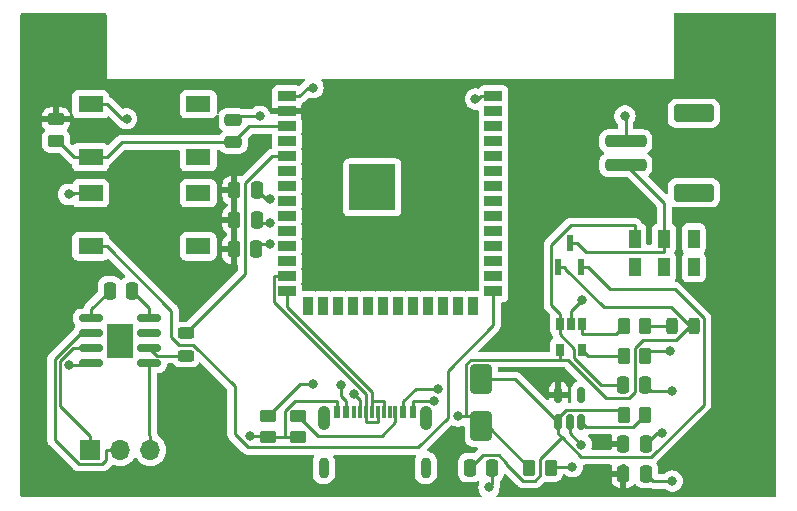
<source format=gbr>
%TF.GenerationSoftware,KiCad,Pcbnew,7.0.10*%
%TF.CreationDate,2025-07-15T10:48:48-04:00*%
%TF.ProjectId,EMGauntlet,454d4761-756e-4746-9c65-742e6b696361,rev?*%
%TF.SameCoordinates,Original*%
%TF.FileFunction,Copper,L1,Top*%
%TF.FilePolarity,Positive*%
%FSLAX46Y46*%
G04 Gerber Fmt 4.6, Leading zero omitted, Abs format (unit mm)*
G04 Created by KiCad (PCBNEW 7.0.10) date 2025-07-15 10:48:48*
%MOMM*%
%LPD*%
G01*
G04 APERTURE LIST*
G04 Aperture macros list*
%AMRoundRect*
0 Rectangle with rounded corners*
0 $1 Rounding radius*
0 $2 $3 $4 $5 $6 $7 $8 $9 X,Y pos of 4 corners*
0 Add a 4 corners polygon primitive as box body*
4,1,4,$2,$3,$4,$5,$6,$7,$8,$9,$2,$3,0*
0 Add four circle primitives for the rounded corners*
1,1,$1+$1,$2,$3*
1,1,$1+$1,$4,$5*
1,1,$1+$1,$6,$7*
1,1,$1+$1,$8,$9*
0 Add four rect primitives between the rounded corners*
20,1,$1+$1,$2,$3,$4,$5,0*
20,1,$1+$1,$4,$5,$6,$7,0*
20,1,$1+$1,$6,$7,$8,$9,0*
20,1,$1+$1,$8,$9,$2,$3,0*%
G04 Aperture macros list end*
%TA.AperFunction,SMDPad,CuDef*%
%ADD10R,2.100000X1.400000*%
%TD*%
%TA.AperFunction,SMDPad,CuDef*%
%ADD11R,1.000000X1.600000*%
%TD*%
%TA.AperFunction,SMDPad,CuDef*%
%ADD12RoundRect,0.250000X-0.262500X-0.450000X0.262500X-0.450000X0.262500X0.450000X-0.262500X0.450000X0*%
%TD*%
%TA.AperFunction,ComponentPad*%
%ADD13R,1.700000X1.700000*%
%TD*%
%TA.AperFunction,ComponentPad*%
%ADD14O,1.700000X1.700000*%
%TD*%
%TA.AperFunction,SMDPad,CuDef*%
%ADD15RoundRect,0.250000X-0.650000X1.000000X-0.650000X-1.000000X0.650000X-1.000000X0.650000X1.000000X0*%
%TD*%
%TA.AperFunction,SMDPad,CuDef*%
%ADD16RoundRect,0.250000X-0.250000X-0.475000X0.250000X-0.475000X0.250000X0.475000X-0.250000X0.475000X0*%
%TD*%
%TA.AperFunction,SMDPad,CuDef*%
%ADD17R,0.650000X1.060000*%
%TD*%
%TA.AperFunction,SMDPad,CuDef*%
%ADD18RoundRect,0.250000X-0.450000X0.262500X-0.450000X-0.262500X0.450000X-0.262500X0.450000X0.262500X0*%
%TD*%
%TA.AperFunction,SMDPad,CuDef*%
%ADD19RoundRect,0.150000X-0.825000X-0.150000X0.825000X-0.150000X0.825000X0.150000X-0.825000X0.150000X0*%
%TD*%
%TA.AperFunction,SMDPad,CuDef*%
%ADD20R,2.290000X3.000000*%
%TD*%
%TA.AperFunction,SMDPad,CuDef*%
%ADD21R,1.500000X0.900000*%
%TD*%
%TA.AperFunction,SMDPad,CuDef*%
%ADD22R,0.900000X1.500000*%
%TD*%
%TA.AperFunction,HeatsinkPad*%
%ADD23C,0.600000*%
%TD*%
%TA.AperFunction,SMDPad,CuDef*%
%ADD24R,3.900000X3.900000*%
%TD*%
%TA.AperFunction,SMDPad,CuDef*%
%ADD25RoundRect,0.243750X-0.456250X0.243750X-0.456250X-0.243750X0.456250X-0.243750X0.456250X0.243750X0*%
%TD*%
%TA.AperFunction,SMDPad,CuDef*%
%ADD26RoundRect,0.243750X-0.243750X-0.456250X0.243750X-0.456250X0.243750X0.456250X-0.243750X0.456250X0*%
%TD*%
%TA.AperFunction,SMDPad,CuDef*%
%ADD27RoundRect,0.250000X1.500000X-0.250000X1.500000X0.250000X-1.500000X0.250000X-1.500000X-0.250000X0*%
%TD*%
%TA.AperFunction,SMDPad,CuDef*%
%ADD28RoundRect,0.250001X1.449999X-0.499999X1.449999X0.499999X-1.449999X0.499999X-1.449999X-0.499999X0*%
%TD*%
%TA.AperFunction,SMDPad,CuDef*%
%ADD29RoundRect,0.150000X0.150000X-0.512500X0.150000X0.512500X-0.150000X0.512500X-0.150000X-0.512500X0*%
%TD*%
%TA.AperFunction,SMDPad,CuDef*%
%ADD30R,0.600000X1.140000*%
%TD*%
%TA.AperFunction,SMDPad,CuDef*%
%ADD31R,0.300000X1.140000*%
%TD*%
%TA.AperFunction,ComponentPad*%
%ADD32O,1.050000X2.100000*%
%TD*%
%TA.AperFunction,ComponentPad*%
%ADD33O,0.900000X1.800000*%
%TD*%
%TA.AperFunction,SMDPad,CuDef*%
%ADD34RoundRect,0.250000X0.262500X0.450000X-0.262500X0.450000X-0.262500X-0.450000X0.262500X-0.450000X0*%
%TD*%
%TA.AperFunction,SMDPad,CuDef*%
%ADD35R,0.558800X1.320800*%
%TD*%
%TA.AperFunction,SMDPad,CuDef*%
%ADD36RoundRect,0.250000X0.475000X-0.250000X0.475000X0.250000X-0.475000X0.250000X-0.475000X-0.250000X0*%
%TD*%
%TA.AperFunction,ViaPad*%
%ADD37C,0.800000*%
%TD*%
%TA.AperFunction,Conductor*%
%ADD38C,0.250000*%
%TD*%
G04 APERTURE END LIST*
D10*
%TO.P,SW4,1,1*%
%TO.N,GND*%
X135450000Y-97250000D03*
%TO.P,SW4,2,2*%
%TO.N,/BOOT*%
X135450000Y-101750000D03*
%TO.P,SW4,3*%
%TO.N,N/C*%
X144550000Y-97250000D03*
%TO.P,SW4,4*%
X144550000Y-101750000D03*
%TD*%
D11*
%TO.P,SW1,1,A*%
%TO.N,Net-(SW1-A)*%
X181500000Y-101100000D03*
%TO.P,SW1,2,B*%
%TO.N,VBAT*%
X184000000Y-101100000D03*
%TO.P,SW1,3*%
%TO.N,N/C*%
X186500000Y-101100000D03*
%TO.P,SW1,4*%
X181500000Y-103500000D03*
%TO.P,SW1,5*%
X184000000Y-103500000D03*
%TO.P,SW1,6*%
X186500000Y-103500000D03*
%TD*%
D12*
%TO.P,R2,1*%
%TO.N,Net-(U3-PROG)*%
X180587500Y-111000000D03*
%TO.P,R2,2*%
%TO.N,GND*%
X182412500Y-111000000D03*
%TD*%
D13*
%TO.P,J2,1,Pin_1*%
%TO.N,/IN1*%
X135420000Y-119000000D03*
D14*
%TO.P,J2,2,Pin_2*%
%TO.N,/IN2*%
X137960000Y-119000000D03*
%TO.P,J2,3,Pin_3*%
%TO.N,/REF*%
X140500000Y-119000000D03*
%TD*%
D15*
%TO.P,D3,1,K*%
%TO.N,Net-(D3-K)*%
X168500000Y-113000000D03*
%TO.P,D3,2,A*%
%TO.N,VBUS*%
X168500000Y-117000000D03*
%TD*%
D16*
%TO.P,C1,1*%
%TO.N,Net-(C1-Pad1)*%
X137050000Y-105500000D03*
%TO.P,C1,2*%
%TO.N,Net-(C1-Pad2)*%
X138950000Y-105500000D03*
%TD*%
D17*
%TO.P,U3,1,STAT*%
%TO.N,Net-(U3-STAT)*%
X177050000Y-108300000D03*
%TO.P,U3,2,VSS*%
%TO.N,GND*%
X176100000Y-108300000D03*
%TO.P,U3,3,VBAT*%
%TO.N,Net-(SW1-A)*%
X175150000Y-108300000D03*
%TO.P,U3,4,VDD*%
%TO.N,VBUS*%
X175150000Y-110500000D03*
%TO.P,U3,5,PROG*%
%TO.N,Net-(U3-PROG)*%
X177050000Y-110500000D03*
%TD*%
D12*
%TO.P,R3,1*%
%TO.N,VBUS*%
X172587500Y-120500000D03*
%TO.P,R3,2*%
%TO.N,GND*%
X174412500Y-120500000D03*
%TD*%
%TO.P,R4,1*%
%TO.N,Net-(D3-K)*%
X180587500Y-116000000D03*
%TO.P,R4,2*%
%TO.N,Net-(U5-EN)*%
X182412500Y-116000000D03*
%TD*%
D10*
%TO.P,SW3,1,1*%
%TO.N,GND*%
X135450000Y-89700000D03*
%TO.P,SW3,2,2*%
%TO.N,/RESET*%
X135450000Y-94200000D03*
%TO.P,SW3,3*%
%TO.N,N/C*%
X144550000Y-89700000D03*
%TO.P,SW3,4*%
X144550000Y-94200000D03*
%TD*%
D16*
%TO.P,C5,1*%
%TO.N,+3V3*%
X180550000Y-121000000D03*
%TO.P,C5,2*%
%TO.N,GND*%
X182450000Y-121000000D03*
%TD*%
%TO.P,C4,1*%
%TO.N,+3V3*%
X180550000Y-118500000D03*
%TO.P,C4,2*%
%TO.N,GND*%
X182450000Y-118500000D03*
%TD*%
%TO.P,C6,1*%
%TO.N,+3V3*%
X147600000Y-99500000D03*
%TO.P,C6,2*%
%TO.N,GND*%
X149500000Y-99500000D03*
%TD*%
%TO.P,C2,1*%
%TO.N,Net-(SW1-A)*%
X180500000Y-113500000D03*
%TO.P,C2,2*%
%TO.N,GND*%
X182400000Y-113500000D03*
%TD*%
D18*
%TO.P,R6,1*%
%TO.N,+3V3*%
X132500000Y-91000000D03*
%TO.P,R6,2*%
%TO.N,/RESET*%
X132500000Y-92825000D03*
%TD*%
D16*
%TO.P,C3,1*%
%TO.N,Net-(D3-K)*%
X167550000Y-120500000D03*
%TO.P,C3,2*%
%TO.N,GND*%
X169450000Y-120500000D03*
%TD*%
D19*
%TO.P,U1,1,Rg*%
%TO.N,Net-(C1-Pad1)*%
X135455000Y-107845000D03*
%TO.P,U1,2,-*%
%TO.N,/IN2*%
X135455000Y-109115000D03*
%TO.P,U1,3,+*%
%TO.N,/IN1*%
X135455000Y-110385000D03*
%TO.P,U1,4,V-*%
%TO.N,GND*%
X135455000Y-111655000D03*
%TO.P,U1,5,Ref*%
%TO.N,/REF*%
X140405000Y-111655000D03*
%TO.P,U1,6*%
%TO.N,Net-(D1-A)*%
X140405000Y-110385000D03*
%TO.P,U1,7,V+*%
%TO.N,+3V3*%
X140405000Y-109115000D03*
%TO.P,U1,8,Rg*%
%TO.N,Net-(C1-Pad2)*%
X140405000Y-107845000D03*
D20*
%TO.P,U1,9*%
%TO.N,N/C*%
X137930000Y-109750000D03*
%TD*%
D16*
%TO.P,C9,1*%
%TO.N,+3V3*%
X147550000Y-102000000D03*
%TO.P,C9,2*%
%TO.N,GND*%
X149450000Y-102000000D03*
%TD*%
D18*
%TO.P,R7,1*%
%TO.N,Net-(J3-CC2)*%
X153000000Y-116087500D03*
%TO.P,R7,2*%
%TO.N,GND*%
X153000000Y-117912500D03*
%TD*%
D21*
%TO.P,U6,1,GND*%
%TO.N,GND*%
X152045000Y-89040000D03*
%TO.P,U6,2,3V3*%
%TO.N,+3V3*%
X152045000Y-90310000D03*
%TO.P,U6,3,EN*%
%TO.N,/RESET*%
X152045000Y-91580000D03*
%TO.P,U6,4,IO4*%
%TO.N,unconnected-(U6-IO4-Pad4)*%
X152045000Y-92850000D03*
%TO.P,U6,5,IO5*%
%TO.N,/OUT*%
X152045000Y-94120000D03*
%TO.P,U6,6,IO6*%
%TO.N,unconnected-(U6-IO6-Pad6)*%
X152045000Y-95390000D03*
%TO.P,U6,7,IO7*%
%TO.N,unconnected-(U6-IO7-Pad7)*%
X152045000Y-96660000D03*
%TO.P,U6,8,IO15*%
%TO.N,unconnected-(U6-IO15-Pad8)*%
X152045000Y-97930000D03*
%TO.P,U6,9,IO16*%
%TO.N,unconnected-(U6-IO16-Pad9)*%
X152045000Y-99200000D03*
%TO.P,U6,10,IO17*%
%TO.N,unconnected-(U6-IO17-Pad10)*%
X152045000Y-100470000D03*
%TO.P,U6,11,IO18*%
%TO.N,unconnected-(U6-IO18-Pad11)*%
X152045000Y-101740000D03*
%TO.P,U6,12,IO8*%
%TO.N,unconnected-(U6-IO8-Pad12)*%
X152045000Y-103010000D03*
%TO.P,U6,13,IO19*%
%TO.N,/D-*%
X152045000Y-104280000D03*
%TO.P,U6,14,IO20*%
%TO.N,/D+*%
X152045000Y-105550000D03*
D22*
%TO.P,U6,15,IO3*%
%TO.N,unconnected-(U6-IO3-Pad15)*%
X153810000Y-106800000D03*
%TO.P,U6,16,IO46*%
%TO.N,unconnected-(U6-IO46-Pad16)*%
X155080000Y-106800000D03*
%TO.P,U6,17,IO9*%
%TO.N,unconnected-(U6-IO9-Pad17)*%
X156350000Y-106800000D03*
%TO.P,U6,18,IO10*%
%TO.N,unconnected-(U6-IO10-Pad18)*%
X157620000Y-106800000D03*
%TO.P,U6,19,IO11*%
%TO.N,unconnected-(U6-IO11-Pad19)*%
X158890000Y-106800000D03*
%TO.P,U6,20,IO12*%
%TO.N,unconnected-(U6-IO12-Pad20)*%
X160160000Y-106800000D03*
%TO.P,U6,21,IO13*%
%TO.N,unconnected-(U6-IO13-Pad21)*%
X161430000Y-106800000D03*
%TO.P,U6,22,IO14*%
%TO.N,unconnected-(U6-IO14-Pad22)*%
X162700000Y-106800000D03*
%TO.P,U6,23,IO21*%
%TO.N,unconnected-(U6-IO21-Pad23)*%
X163970000Y-106800000D03*
%TO.P,U6,24,IO47*%
%TO.N,unconnected-(U6-IO47-Pad24)*%
X165240000Y-106800000D03*
%TO.P,U6,25,IO48*%
%TO.N,unconnected-(U6-IO48-Pad25)*%
X166510000Y-106800000D03*
%TO.P,U6,26,IO45*%
%TO.N,unconnected-(U6-IO45-Pad26)*%
X167780000Y-106800000D03*
D21*
%TO.P,U6,27,IO0*%
%TO.N,/BOOT*%
X169545000Y-105550000D03*
%TO.P,U6,28,IO35*%
%TO.N,unconnected-(U6-IO35-Pad28)*%
X169545000Y-104280000D03*
%TO.P,U6,29,IO36*%
%TO.N,unconnected-(U6-IO36-Pad29)*%
X169545000Y-103010000D03*
%TO.P,U6,30,IO37*%
%TO.N,unconnected-(U6-IO37-Pad30)*%
X169545000Y-101740000D03*
%TO.P,U6,31,IO38*%
%TO.N,unconnected-(U6-IO38-Pad31)*%
X169545000Y-100470000D03*
%TO.P,U6,32,IO39*%
%TO.N,unconnected-(U6-IO39-Pad32)*%
X169545000Y-99200000D03*
%TO.P,U6,33,IO40*%
%TO.N,unconnected-(U6-IO40-Pad33)*%
X169545000Y-97930000D03*
%TO.P,U6,34,IO41*%
%TO.N,unconnected-(U6-IO41-Pad34)*%
X169545000Y-96660000D03*
%TO.P,U6,35,IO42*%
%TO.N,unconnected-(U6-IO42-Pad35)*%
X169545000Y-95390000D03*
%TO.P,U6,36,RXD0*%
%TO.N,unconnected-(U6-RXD0-Pad36)*%
X169545000Y-94120000D03*
%TO.P,U6,37,TXD0*%
%TO.N,unconnected-(U6-TXD0-Pad37)*%
X169545000Y-92850000D03*
%TO.P,U6,38,IO2*%
%TO.N,unconnected-(U6-IO2-Pad38)*%
X169545000Y-91580000D03*
%TO.P,U6,39,IO1*%
%TO.N,unconnected-(U6-IO1-Pad39)*%
X169545000Y-90310000D03*
%TO.P,U6,40,GND*%
%TO.N,GND*%
X169545000Y-89040000D03*
D23*
%TO.P,U6,41*%
%TO.N,N/C*%
X157895000Y-96060000D03*
X157895000Y-97460000D03*
X158595000Y-95360000D03*
X158595000Y-96760000D03*
X158595000Y-98160000D03*
X159295000Y-96060000D03*
D24*
X159295000Y-96760000D03*
D23*
X159295000Y-97460000D03*
X159995000Y-95360000D03*
X159995000Y-96760000D03*
X159995000Y-98160000D03*
X160695000Y-96060000D03*
X160695000Y-97460000D03*
%TD*%
D25*
%TO.P,D1,1,K*%
%TO.N,/OUT*%
X143500000Y-109125000D03*
%TO.P,D1,2,A*%
%TO.N,Net-(D1-A)*%
X143500000Y-111000000D03*
%TD*%
D26*
%TO.P,D2,1,K*%
%TO.N,Net-(D2-K)*%
X184625000Y-108500000D03*
%TO.P,D2,2,A*%
%TO.N,VBUS*%
X186500000Y-108500000D03*
%TD*%
D27*
%TO.P,J1,1,Pin_1*%
%TO.N,VBAT*%
X180750000Y-94850000D03*
%TO.P,J1,2,Pin_2*%
%TO.N,GND*%
X180750000Y-92850000D03*
D28*
%TO.P,J1,MP*%
%TO.N,N/C*%
X186500000Y-97200000D03*
X186500000Y-90500000D03*
%TD*%
D16*
%TO.P,C7,1*%
%TO.N,+3V3*%
X147600000Y-97000000D03*
%TO.P,C7,2*%
%TO.N,GND*%
X149500000Y-97000000D03*
%TD*%
D29*
%TO.P,U5,1,VIN*%
%TO.N,Net-(D3-K)*%
X175050000Y-116637500D03*
%TO.P,U5,2,GND*%
%TO.N,GND*%
X176000000Y-116637500D03*
%TO.P,U5,3,EN*%
%TO.N,Net-(U5-EN)*%
X176950000Y-116637500D03*
%TO.P,U5,4,NC*%
%TO.N,unconnected-(U5-NC-Pad4)*%
X176950000Y-114362500D03*
%TO.P,U5,5,VOUT*%
%TO.N,+3V3*%
X175050000Y-114362500D03*
%TD*%
D18*
%TO.P,R8,1*%
%TO.N,Net-(J3-CC1)*%
X150500000Y-116087500D03*
%TO.P,R8,2*%
%TO.N,GND*%
X150500000Y-117912500D03*
%TD*%
D30*
%TO.P,J3,A1,GND*%
%TO.N,GND*%
X156300000Y-115750000D03*
%TO.P,J3,A4,VBUS*%
%TO.N,VBUS*%
X157100000Y-115750000D03*
D31*
%TO.P,J3,A5,CC1*%
%TO.N,Net-(J3-CC1)*%
X158250000Y-115750000D03*
%TO.P,J3,A6,D+*%
%TO.N,/D+*%
X159250000Y-115750000D03*
%TO.P,J3,A7,D-*%
%TO.N,/D-*%
X159750000Y-115750000D03*
%TO.P,J3,A8,SBU1*%
%TO.N,unconnected-(J3-SBU1-PadA8)*%
X160750000Y-115750000D03*
D30*
%TO.P,J3,B1,GND*%
%TO.N,GND*%
X162700000Y-115750000D03*
%TO.P,J3,B4,VBUS*%
%TO.N,VBUS*%
X161900000Y-115750000D03*
D31*
%TO.P,J3,B5,CC2*%
%TO.N,Net-(J3-CC2)*%
X161250000Y-115750000D03*
%TO.P,J3,B6,D+*%
%TO.N,/D+*%
X160250000Y-115750000D03*
%TO.P,J3,B7,D-*%
%TO.N,/D-*%
X158750000Y-115750000D03*
%TO.P,J3,B8,SBU2*%
%TO.N,unconnected-(J3-SBU2-PadB8)*%
X157750000Y-115750000D03*
D32*
%TO.P,J3,SH1*%
%TO.N,N/C*%
X155180000Y-116320000D03*
%TO.P,J3,SH2*%
X163820000Y-116320000D03*
D33*
%TO.P,J3,SH3*%
X155180000Y-120500000D03*
%TO.P,J3,SH4*%
X163820000Y-120500000D03*
%TD*%
D34*
%TO.P,R1,1*%
%TO.N,Net-(D2-K)*%
X182412500Y-108500000D03*
%TO.P,R1,2*%
%TO.N,Net-(U3-STAT)*%
X180587500Y-108500000D03*
%TD*%
D35*
%TO.P,U4,1,G*%
%TO.N,VBUS*%
X175034800Y-103516000D03*
%TO.P,U4,2,S*%
%TO.N,Net-(D3-K)*%
X176965200Y-103516000D03*
%TO.P,U4,3,D*%
%TO.N,VBAT*%
X176000000Y-101484000D03*
%TD*%
D36*
%TO.P,C8,1*%
%TO.N,/RESET*%
X147500000Y-92950000D03*
%TO.P,C8,2*%
%TO.N,GND*%
X147500000Y-91050000D03*
%TD*%
D37*
%TO.N,GND*%
X180677000Y-90710700D03*
X150623000Y-101571000D03*
X184678000Y-114009000D03*
X176967000Y-118532000D03*
X184469000Y-110646000D03*
X149760000Y-90736200D03*
X154271000Y-88311200D03*
X148938000Y-117845000D03*
X184690000Y-121627000D03*
X183846500Y-117538800D03*
X138488000Y-90948700D03*
X168024000Y-89281200D03*
X150648000Y-99751400D03*
X177017000Y-106277000D03*
X133568000Y-97347600D03*
X176235000Y-120396000D03*
X133607000Y-111767000D03*
X164538000Y-114848000D03*
X169172000Y-122155000D03*
X150648000Y-97747600D03*
%TO.N,VBUS*%
X164837000Y-113796000D03*
X156677000Y-113448000D03*
X166531000Y-116121000D03*
%TO.N,Net-(J3-CC1)*%
X154288000Y-113409000D03*
X157780000Y-114291000D03*
%TD*%
D38*
%TO.N,Net-(C1-Pad1)*%
X137050000Y-105500000D02*
X135455000Y-107095000D01*
X135455000Y-107095000D02*
X135455000Y-107845000D01*
%TO.N,Net-(C1-Pad2)*%
X138950000Y-105500000D02*
X140405000Y-106955000D01*
X140405000Y-106955000D02*
X140405000Y-107845000D01*
%TO.N,Net-(SW1-A)*%
X175150000Y-107443000D02*
X174428000Y-106722000D01*
X175150000Y-109157000D02*
X176398000Y-110405000D01*
X176101000Y-99973100D02*
X181500000Y-99973100D01*
X174428000Y-101645000D02*
X176101000Y-99973100D01*
X176398000Y-110405000D02*
X176398000Y-111206000D01*
X175150000Y-108300000D02*
X175150000Y-107443000D01*
X178692000Y-113500000D02*
X180500000Y-113500000D01*
X181500000Y-99973100D02*
X181500000Y-101100000D01*
X176398000Y-111206000D02*
X178692000Y-113500000D01*
X174428000Y-106722000D02*
X174428000Y-101645000D01*
X175150000Y-108300000D02*
X175150000Y-109157000D01*
%TO.N,GND*%
X153851000Y-88311200D02*
X154271000Y-88311200D01*
X134073000Y-97250000D02*
X135450000Y-97250000D01*
X182909000Y-114009000D02*
X182400000Y-113500000D01*
X152999500Y-117912000D02*
X153000000Y-117912000D01*
X183077000Y-121627000D02*
X182450000Y-121000000D01*
X150623000Y-101571000D02*
X149879000Y-101571000D01*
X184690000Y-121627000D02*
X183077000Y-121627000D01*
X162700000Y-114853000D02*
X162700000Y-115750000D01*
X176000000Y-117565000D02*
X176000000Y-116638000D01*
X150433000Y-117845000D02*
X150500000Y-117912000D01*
X169450000Y-121876000D02*
X169172000Y-122155000D01*
X151909000Y-117912000D02*
X152999500Y-117912000D01*
X169450000Y-120500000D02*
X169450000Y-121876000D01*
X182767000Y-110646000D02*
X182589500Y-110823000D01*
X150500000Y-117912000D02*
X151909000Y-117912000D01*
X152705000Y-114853000D02*
X151909000Y-115648000D01*
X135343000Y-111767000D02*
X135455000Y-111655000D01*
X176967000Y-118532000D02*
X176000000Y-117565000D01*
X150648000Y-99751400D02*
X149751000Y-99751400D01*
X174516500Y-120396000D02*
X174412500Y-120500000D01*
X176000000Y-116638000D02*
X176000000Y-116637500D01*
X156300000Y-114853000D02*
X152705000Y-114853000D01*
X184678000Y-114009000D02*
X182909000Y-114009000D01*
X182589500Y-110823000D02*
X182412500Y-111000000D01*
X150648000Y-97747600D02*
X150248000Y-97747600D01*
X150248000Y-97747600D02*
X149500000Y-97000000D01*
X156300000Y-115750000D02*
X156300000Y-114853000D01*
X150500000Y-117912000D02*
X150500000Y-117912500D01*
X138076000Y-90948700D02*
X136827000Y-89700000D01*
X176235000Y-120396000D02*
X174516500Y-120396000D01*
X168227000Y-89281200D02*
X168468000Y-89040000D01*
X184469000Y-110646000D02*
X182767000Y-110646000D01*
X136827000Y-89700000D02*
X135450000Y-89700000D01*
X183411200Y-117538800D02*
X182450000Y-118500000D01*
X148938000Y-117845000D02*
X150433000Y-117845000D01*
X152045000Y-89040000D02*
X153122000Y-89040000D01*
X176100000Y-107194000D02*
X177017000Y-106277000D01*
X149879000Y-101571000D02*
X149450000Y-102000000D01*
X133976000Y-97347600D02*
X134073000Y-97250000D01*
X182589500Y-110823000D02*
X182412000Y-111000000D01*
X176100000Y-108300000D02*
X176100000Y-107194000D01*
X151909000Y-115648000D02*
X151909000Y-117912000D01*
X133607000Y-111767000D02*
X135343000Y-111767000D01*
X147814000Y-90736200D02*
X147500000Y-91050000D01*
X149760000Y-90736200D02*
X147814000Y-90736200D01*
X183846500Y-117538800D02*
X183411200Y-117538800D01*
X164538000Y-114848000D02*
X162705000Y-114848000D01*
X180750000Y-90784100D02*
X180750000Y-92850000D01*
X138488000Y-90948700D02*
X138076000Y-90948700D01*
X162705000Y-114848000D02*
X162700000Y-114853000D01*
X152999500Y-117912000D02*
X153000000Y-117912500D01*
X133568000Y-97347600D02*
X133976000Y-97347600D01*
X180677000Y-90710700D02*
X180750000Y-90784100D01*
X149751000Y-99751400D02*
X149500000Y-99500000D01*
X168468000Y-89040000D02*
X169545000Y-89040000D01*
X168024000Y-89281200D02*
X168227000Y-89281200D01*
X153122000Y-89040000D02*
X153851000Y-88311200D01*
%TO.N,Net-(D3-K)*%
X175050000Y-116637500D02*
X175050000Y-116638000D01*
X175050000Y-116638000D02*
X171412000Y-113000000D01*
X175050000Y-117643000D02*
X175050000Y-116638000D01*
X169990400Y-119412200D02*
X168637800Y-119412200D01*
X184882000Y-105371000D02*
X187347000Y-107836000D01*
X175324600Y-117917600D02*
X173500000Y-119742200D01*
X175050000Y-116249000D02*
X175050000Y-116637500D01*
X187347000Y-107836000D02*
X187347000Y-115147000D01*
X175682000Y-115617000D02*
X175050000Y-116249000D01*
X177572000Y-103516000D02*
X179426000Y-105371000D01*
X175324600Y-117917600D02*
X175050000Y-117643000D01*
X176965200Y-103516000D02*
X177572000Y-103516000D01*
X171412000Y-113000000D02*
X168500000Y-113000000D01*
X176965000Y-103516000D02*
X176965200Y-103516000D01*
X180205000Y-115617000D02*
X175682000Y-115617000D01*
X173500000Y-119742200D02*
X173500000Y-121151000D01*
X179426000Y-105371000D02*
X184882000Y-105371000D01*
X180587500Y-115999500D02*
X180587500Y-116000000D01*
X170644500Y-120066300D02*
X169990400Y-119412200D01*
X170644500Y-120154500D02*
X170644500Y-120066300D01*
X173072300Y-121578700D02*
X172068700Y-121578700D01*
X172068700Y-121578700D02*
X170644500Y-120154500D01*
X173500000Y-121151000D02*
X173072300Y-121578700D01*
X180588000Y-116000000D02*
X180587500Y-115999500D01*
X182906000Y-119587000D02*
X176994000Y-119587000D01*
X187347000Y-115147000D02*
X182906000Y-119587000D01*
X168637800Y-119412200D02*
X167550000Y-120500000D01*
X180587500Y-115999500D02*
X180205000Y-115617000D01*
X176994000Y-119587000D02*
X175324600Y-117917600D01*
%TO.N,/RESET*%
X135450000Y-94200000D02*
X136827000Y-94200000D01*
X134073000Y-94200000D02*
X135450000Y-94200000D01*
X147500000Y-92950000D02*
X148870000Y-91580000D01*
X132500000Y-92825000D02*
X132698000Y-92825000D01*
X148870000Y-91580000D02*
X152045000Y-91580000D01*
X136827000Y-94200000D02*
X138077000Y-92950000D01*
X138077000Y-92950000D02*
X147500000Y-92950000D01*
X132698000Y-92825000D02*
X134073000Y-94200000D01*
%TO.N,/OUT*%
X143500000Y-109125000D02*
X148550000Y-104075000D01*
X148550000Y-104075000D02*
X148550000Y-96396100D01*
X150826000Y-94120000D02*
X152045000Y-94120000D01*
X148550000Y-96396100D02*
X150826000Y-94120000D01*
%TO.N,Net-(D1-A)*%
X143500000Y-111000000D02*
X141020000Y-111000000D01*
X141020000Y-111000000D02*
X140405000Y-110385000D01*
%TO.N,Net-(D2-K)*%
X182412500Y-108500000D02*
X182412000Y-108500000D01*
X184625000Y-108500000D02*
X182412500Y-108500000D01*
%TO.N,VBUS*%
X175822000Y-111357000D02*
X179038000Y-114573000D01*
X181500000Y-110333000D02*
X182188000Y-109645000D01*
X172587500Y-120499500D02*
X172587500Y-120500000D01*
X162957000Y-113796000D02*
X161900000Y-114853000D01*
X185004000Y-109645000D02*
X186175000Y-108474000D01*
X175150000Y-110500000D02*
X175150000Y-111357000D01*
X181041000Y-114573000D02*
X181500000Y-114115000D01*
X167621000Y-116121000D02*
X167255000Y-116121000D01*
X167255000Y-111750000D02*
X167648000Y-111357000D01*
X157100000Y-115750000D02*
X157100000Y-114853000D01*
X156677000Y-114430000D02*
X156677000Y-113448000D01*
X175641000Y-103516000D02*
X175641000Y-103649000D01*
X179038000Y-114573000D02*
X181041000Y-114573000D01*
X186175000Y-108474000D02*
X186474000Y-108474000D01*
X175035000Y-103516000D02*
X175034800Y-103516000D01*
X175035000Y-103516000D02*
X175641000Y-103516000D01*
X172588000Y-120500000D02*
X172587500Y-120499500D01*
X167255000Y-116121000D02*
X166531000Y-116121000D01*
X184586000Y-106885000D02*
X186175000Y-108474000D01*
X186474000Y-108474000D02*
X186500000Y-108500000D01*
X167648000Y-111357000D02*
X175150000Y-111357000D01*
X172587500Y-120499500D02*
X169088000Y-117000000D01*
X157100000Y-114853000D02*
X156677000Y-114430000D01*
X161900000Y-114853000D02*
X161900000Y-115750000D01*
X168500000Y-117000000D02*
X167621000Y-116121000D01*
X164837000Y-113796000D02*
X162957000Y-113796000D01*
X182188000Y-109645000D02*
X185004000Y-109645000D01*
X175150000Y-111357000D02*
X175822000Y-111357000D01*
X175641000Y-103649000D02*
X178877000Y-106885000D01*
X178877000Y-106885000D02*
X184586000Y-106885000D01*
X167255000Y-116121000D02*
X167255000Y-111750000D01*
X181500000Y-114115000D02*
X181500000Y-110333000D01*
X169088000Y-117000000D02*
X168500000Y-117000000D01*
%TO.N,VBAT*%
X180750000Y-94850000D02*
X184000000Y-98100000D01*
X177349000Y-102227000D02*
X184000000Y-102227000D01*
X184000000Y-98100000D02*
X184000000Y-101100000D01*
X176000000Y-101484000D02*
X176606000Y-101484000D01*
X176606000Y-101484000D02*
X177349000Y-102227000D01*
X184000000Y-102227000D02*
X184000000Y-101100000D01*
%TO.N,Net-(J3-CC1)*%
X153178000Y-113409000D02*
X151092000Y-115495800D01*
X158250000Y-114761000D02*
X157780000Y-114291000D01*
X158250000Y-115750000D02*
X158250000Y-114761000D01*
X151091700Y-115495800D02*
X150500000Y-116087500D01*
X151092000Y-115495800D02*
X151091700Y-115495800D01*
X151092000Y-115495800D02*
X150500000Y-116088000D01*
X154288000Y-113409000D02*
X153178000Y-113409000D01*
%TO.N,/D+*%
X159275000Y-114853000D02*
X159275000Y-114119000D01*
X160250000Y-115750000D02*
X160250000Y-114853000D01*
X159250000Y-114944000D02*
X159275000Y-114919000D01*
X152045000Y-106889000D02*
X152045000Y-105550000D01*
X159250000Y-115750000D02*
X159250000Y-114944000D01*
X159275000Y-114119000D02*
X152045000Y-106889000D01*
X160250000Y-114853000D02*
X159275000Y-114853000D01*
X159275000Y-114919000D02*
X159275000Y-114853000D01*
%TO.N,/D-*%
X150968000Y-104280000D02*
X152045000Y-104280000D01*
X158750000Y-116647000D02*
X159750000Y-116647000D01*
X159750000Y-116647000D02*
X159750000Y-115750000D01*
X158750000Y-114233000D02*
X150968000Y-106452000D01*
X158750000Y-115750000D02*
X158750000Y-116647000D01*
X150968000Y-106452000D02*
X150968000Y-104280000D01*
X158750000Y-115750000D02*
X158750000Y-114233000D01*
%TO.N,Net-(J3-CC2)*%
X160119000Y-117778000D02*
X154690000Y-117778000D01*
X161250000Y-116647000D02*
X160119000Y-117778000D01*
X161250000Y-115750000D02*
X161250000Y-116647000D01*
X154690000Y-117778000D02*
X153000000Y-116088000D01*
X153000000Y-116087500D02*
X153000000Y-116088000D01*
%TO.N,Net-(U3-STAT)*%
X179931000Y-109157000D02*
X177050000Y-109157000D01*
X180587500Y-108500500D02*
X179931000Y-109157000D01*
X180588000Y-108500000D02*
X180587500Y-108500500D01*
X180587500Y-108500500D02*
X180587500Y-108500000D01*
X177050000Y-109157000D02*
X177050000Y-108300000D01*
%TO.N,Net-(U3-PROG)*%
X180587500Y-111000000D02*
X177550000Y-111000000D01*
X180588000Y-111000000D02*
X180587500Y-111000000D01*
X177550000Y-111000000D02*
X177050000Y-110500000D01*
%TO.N,Net-(U5-EN)*%
X177344000Y-117031000D02*
X176950000Y-116638000D01*
X181382000Y-117031000D02*
X177344000Y-117031000D01*
X181897000Y-116515500D02*
X182412500Y-116000000D01*
X181897000Y-116515500D02*
X181382000Y-117031000D01*
X176950000Y-116637500D02*
X176950000Y-116638000D01*
X182412000Y-116000000D02*
X181897000Y-116515500D01*
%TO.N,/BOOT*%
X147645000Y-117648000D02*
X148750000Y-118753000D01*
X147645000Y-113583000D02*
X147645000Y-117648000D01*
X165684000Y-116264000D02*
X165684000Y-112262000D01*
X165684000Y-112262000D02*
X169545000Y-108401000D01*
X136827000Y-101750000D02*
X142262000Y-107185000D01*
X163195000Y-118753000D02*
X165684000Y-116264000D01*
X144124000Y-110062000D02*
X147645000Y-113583000D01*
X142262000Y-109406000D02*
X142918000Y-110062000D01*
X142918000Y-110062000D02*
X144124000Y-110062000D01*
X142262000Y-107185000D02*
X142262000Y-109406000D01*
X135450000Y-101750000D02*
X136827000Y-101750000D01*
X148750000Y-118753000D02*
X163195000Y-118753000D01*
X169545000Y-108401000D02*
X169545000Y-105550000D01*
%TO.N,/IN2*%
X132384900Y-111321700D02*
X132384900Y-118141600D01*
X135455000Y-109115000D02*
X134591600Y-109115000D01*
X136438500Y-120176900D02*
X136783100Y-119832300D01*
X134591600Y-109115000D02*
X132384900Y-111321700D01*
X134420200Y-120176900D02*
X136438500Y-120176900D01*
X132384900Y-118141600D02*
X134420200Y-120176900D01*
X136783100Y-119832300D02*
X136783100Y-119000000D01*
X137960000Y-119000000D02*
X136783100Y-119000000D01*
%TO.N,/IN1*%
X135420000Y-119000000D02*
X135420000Y-117823100D01*
X132878800Y-115281900D02*
X132878800Y-111466900D01*
X135420000Y-117823100D02*
X132878800Y-115281900D01*
X132878800Y-111466900D02*
X133960700Y-110385000D01*
X133960700Y-110385000D02*
X135455000Y-110385000D01*
%TO.N,/REF*%
X140500000Y-119000000D02*
X140500000Y-117823100D01*
X140405000Y-117728100D02*
X140500000Y-117823100D01*
X140405000Y-111655000D02*
X140405000Y-117728100D01*
%TD*%
%TA.AperFunction,Conductor*%
%TO.N,+3V3*%
G36*
X136738039Y-82019685D02*
G01*
X136783794Y-82072489D01*
X136795000Y-82124000D01*
X136795000Y-87550000D01*
X153452905Y-87550000D01*
X153519944Y-87569685D01*
X153565699Y-87622489D01*
X153575643Y-87691647D01*
X153546618Y-87755203D01*
X153525785Y-87774321D01*
X153520683Y-87778028D01*
X153511973Y-87784356D01*
X153502203Y-87790772D01*
X153464649Y-87812975D01*
X153450440Y-87827180D01*
X153435664Y-87839798D01*
X153419414Y-87851605D01*
X153391607Y-87885217D01*
X153383734Y-87893867D01*
X153162137Y-88115403D01*
X153100809Y-88148880D01*
X153031136Y-88143892D01*
X152902485Y-88095909D01*
X152902483Y-88095908D01*
X152842883Y-88089501D01*
X152842881Y-88089500D01*
X152842873Y-88089500D01*
X152842864Y-88089500D01*
X151247129Y-88089500D01*
X151247123Y-88089501D01*
X151187516Y-88095908D01*
X151052671Y-88146202D01*
X151052664Y-88146206D01*
X150937455Y-88232452D01*
X150937452Y-88232455D01*
X150851206Y-88347664D01*
X150851202Y-88347671D01*
X150800908Y-88482517D01*
X150794501Y-88542116D01*
X150794501Y-88542123D01*
X150794500Y-88542135D01*
X150794500Y-89537870D01*
X150794501Y-89537876D01*
X150800908Y-89597483D01*
X150813925Y-89632381D01*
X150818909Y-89702072D01*
X150813925Y-89719047D01*
X150801403Y-89752619D01*
X150801401Y-89752627D01*
X150795000Y-89812155D01*
X150795000Y-90060000D01*
X153295000Y-90060000D01*
X153295000Y-89812172D01*
X153294999Y-89812158D01*
X153288276Y-89749632D01*
X153300680Y-89680872D01*
X153348290Y-89629734D01*
X153365391Y-89622324D01*
X153365144Y-89621753D01*
X153372305Y-89618653D01*
X153372311Y-89618652D01*
X153389599Y-89608430D01*
X153407049Y-89599882D01*
X153425732Y-89592486D01*
X153461037Y-89566834D01*
X153470788Y-89560430D01*
X153508352Y-89538223D01*
X153522555Y-89524021D01*
X153537339Y-89511397D01*
X153553587Y-89499594D01*
X153581404Y-89465966D01*
X153589245Y-89457350D01*
X153850081Y-89196586D01*
X153911407Y-89163112D01*
X153981098Y-89168106D01*
X153988186Y-89171003D01*
X153991197Y-89172344D01*
X154176354Y-89211700D01*
X154176355Y-89211700D01*
X154365644Y-89211700D01*
X154365646Y-89211700D01*
X154550803Y-89172344D01*
X154723730Y-89095351D01*
X154876871Y-88984088D01*
X155003533Y-88843416D01*
X155098179Y-88679484D01*
X155156674Y-88499456D01*
X155176460Y-88311200D01*
X155156674Y-88122944D01*
X155098179Y-87942916D01*
X155003533Y-87778984D01*
X154983711Y-87756970D01*
X154953483Y-87693981D01*
X154962108Y-87624646D01*
X155006849Y-87570980D01*
X155073502Y-87550022D01*
X155075863Y-87550000D01*
X184795000Y-87550000D01*
X184795000Y-82124000D01*
X184814685Y-82056961D01*
X184867489Y-82011206D01*
X184919000Y-82000000D01*
X193376000Y-82000000D01*
X193443039Y-82019685D01*
X193488794Y-82072489D01*
X193500000Y-82124000D01*
X193500000Y-122876000D01*
X193480315Y-122943039D01*
X193427511Y-122988794D01*
X193376000Y-123000000D01*
X169901409Y-123000000D01*
X169834370Y-122980315D01*
X169788615Y-122927511D01*
X169778671Y-122858353D01*
X169807696Y-122794797D01*
X169809259Y-122793028D01*
X169904533Y-122687216D01*
X169999179Y-122523284D01*
X170057674Y-122343256D01*
X170077460Y-122155000D01*
X170064308Y-122029869D01*
X170067525Y-121986074D01*
X170075500Y-121955019D01*
X170075500Y-121934312D01*
X170076992Y-121915132D01*
X170080195Y-121894673D01*
X170080195Y-121894667D01*
X170076072Y-121851873D01*
X170075500Y-121839981D01*
X170075500Y-121694377D01*
X170095185Y-121627338D01*
X170134406Y-121588837D01*
X170168654Y-121567713D01*
X170168653Y-121567713D01*
X170168656Y-121567712D01*
X170292712Y-121443656D01*
X170384814Y-121294334D01*
X170439999Y-121127797D01*
X170440656Y-121121365D01*
X170467051Y-121056674D01*
X170524231Y-121016522D01*
X170594042Y-121013658D01*
X170651695Y-121046286D01*
X171567897Y-121962488D01*
X171577722Y-121974751D01*
X171577943Y-121974569D01*
X171582911Y-121980574D01*
X171582913Y-121980576D01*
X171582914Y-121980577D01*
X171598568Y-121995277D01*
X171631922Y-122026599D01*
X171634721Y-122029312D01*
X171654222Y-122048814D01*
X171654226Y-122048817D01*
X171654229Y-122048820D01*
X171657402Y-122051281D01*
X171666274Y-122058859D01*
X171698118Y-122088762D01*
X171715676Y-122098414D01*
X171731933Y-122109093D01*
X171747764Y-122121373D01*
X171777503Y-122134242D01*
X171787852Y-122138721D01*
X171798341Y-122143860D01*
X171818605Y-122155000D01*
X171836608Y-122164897D01*
X171849223Y-122168135D01*
X171856005Y-122169877D01*
X171874419Y-122176181D01*
X171892804Y-122184138D01*
X171935961Y-122190973D01*
X171947356Y-122193332D01*
X171989681Y-122204200D01*
X172009716Y-122204200D01*
X172029113Y-122205726D01*
X172048896Y-122208860D01*
X172092375Y-122204750D01*
X172104044Y-122204200D01*
X172989557Y-122204200D01*
X173005177Y-122205924D01*
X173005204Y-122205639D01*
X173012960Y-122206371D01*
X173012967Y-122206373D01*
X173080173Y-122204261D01*
X173084068Y-122204200D01*
X173111646Y-122204200D01*
X173111650Y-122204200D01*
X173115624Y-122203697D01*
X173127263Y-122202780D01*
X173170927Y-122201409D01*
X173190169Y-122195817D01*
X173209212Y-122191874D01*
X173229092Y-122189364D01*
X173269701Y-122173285D01*
X173280744Y-122169503D01*
X173322690Y-122157318D01*
X173339929Y-122147122D01*
X173357403Y-122138562D01*
X173376027Y-122131188D01*
X173376027Y-122131187D01*
X173376032Y-122131186D01*
X173411383Y-122105500D01*
X173421114Y-122099108D01*
X173458720Y-122076870D01*
X173472889Y-122062699D01*
X173487679Y-122050068D01*
X173503887Y-122038294D01*
X173531738Y-122004626D01*
X173539579Y-121996009D01*
X173829244Y-121706344D01*
X173890566Y-121672861D01*
X173955924Y-121676320D01*
X173997203Y-121689999D01*
X174099991Y-121700500D01*
X174725008Y-121700499D01*
X174725016Y-121700498D01*
X174725019Y-121700498D01*
X174784939Y-121694377D01*
X174827797Y-121689999D01*
X174994334Y-121634814D01*
X175143656Y-121542712D01*
X175267712Y-121418656D01*
X175359814Y-121269334D01*
X175413712Y-121106679D01*
X175453485Y-121049235D01*
X175518001Y-121022412D01*
X175586776Y-121034727D01*
X175623568Y-121062712D01*
X175629128Y-121068887D01*
X175629130Y-121068889D01*
X175782265Y-121180148D01*
X175782270Y-121180151D01*
X175955192Y-121257142D01*
X175955197Y-121257144D01*
X176140354Y-121296500D01*
X176140355Y-121296500D01*
X176329644Y-121296500D01*
X176329646Y-121296500D01*
X176514803Y-121257144D01*
X176530848Y-121250000D01*
X179550001Y-121250000D01*
X179550001Y-121524986D01*
X179560494Y-121627697D01*
X179615641Y-121794119D01*
X179615643Y-121794124D01*
X179707684Y-121943345D01*
X179831654Y-122067315D01*
X179980875Y-122159356D01*
X179980880Y-122159358D01*
X180147302Y-122214505D01*
X180147309Y-122214506D01*
X180250019Y-122224999D01*
X180299999Y-122224998D01*
X180300000Y-122224998D01*
X180300000Y-121250000D01*
X179550001Y-121250000D01*
X176530848Y-121250000D01*
X176687730Y-121180151D01*
X176840871Y-121068888D01*
X176967533Y-120928216D01*
X177062179Y-120764284D01*
X177120674Y-120584256D01*
X177140460Y-120396000D01*
X177135569Y-120349460D01*
X177148139Y-120280730D01*
X177195872Y-120229707D01*
X177258890Y-120212500D01*
X179441728Y-120212500D01*
X179508767Y-120232185D01*
X179554522Y-120284989D01*
X179564466Y-120354147D01*
X179561754Y-120365655D01*
X179561911Y-120365689D01*
X179560493Y-120372309D01*
X179550000Y-120475013D01*
X179550000Y-120750000D01*
X180300000Y-120750000D01*
X180300000Y-120336500D01*
X180319685Y-120269461D01*
X180372489Y-120223706D01*
X180424000Y-120212500D01*
X180676000Y-120212500D01*
X180743039Y-120232185D01*
X180788794Y-120284989D01*
X180800000Y-120336500D01*
X180800000Y-122224999D01*
X180849972Y-122224999D01*
X180849986Y-122224998D01*
X180952697Y-122214505D01*
X181119119Y-122159358D01*
X181119124Y-122159356D01*
X181268345Y-122067315D01*
X181392318Y-121943342D01*
X181394165Y-121940348D01*
X181395969Y-121938724D01*
X181396798Y-121937677D01*
X181396976Y-121937818D01*
X181446110Y-121893621D01*
X181515073Y-121882396D01*
X181579156Y-121910236D01*
X181605243Y-121940341D01*
X181607288Y-121943656D01*
X181731344Y-122067712D01*
X181880666Y-122159814D01*
X182047203Y-122214999D01*
X182149991Y-122225500D01*
X182750008Y-122225499D01*
X182827107Y-122217622D01*
X182888954Y-122227180D01*
X182901104Y-122232438D01*
X182944261Y-122239273D01*
X182955656Y-122241632D01*
X182997981Y-122252500D01*
X183018016Y-122252500D01*
X183037413Y-122254026D01*
X183057196Y-122257160D01*
X183100675Y-122253050D01*
X183112344Y-122252500D01*
X183986252Y-122252500D01*
X184053291Y-122272185D01*
X184078400Y-122293526D01*
X184084126Y-122299885D01*
X184084130Y-122299889D01*
X184237265Y-122411148D01*
X184237270Y-122411151D01*
X184410192Y-122488142D01*
X184410197Y-122488144D01*
X184595354Y-122527500D01*
X184595355Y-122527500D01*
X184784644Y-122527500D01*
X184784646Y-122527500D01*
X184969803Y-122488144D01*
X185142730Y-122411151D01*
X185295871Y-122299888D01*
X185422533Y-122159216D01*
X185517179Y-121995284D01*
X185575674Y-121815256D01*
X185595460Y-121627000D01*
X185575674Y-121438744D01*
X185517179Y-121258716D01*
X185422533Y-121094784D01*
X185295871Y-120954112D01*
X185295870Y-120954111D01*
X185142734Y-120842851D01*
X185142729Y-120842848D01*
X184969807Y-120765857D01*
X184969802Y-120765855D01*
X184824001Y-120734865D01*
X184784646Y-120726500D01*
X184595354Y-120726500D01*
X184581767Y-120729388D01*
X184410197Y-120765855D01*
X184410192Y-120765857D01*
X184237270Y-120842848D01*
X184237265Y-120842851D01*
X184084130Y-120954110D01*
X184084126Y-120954114D01*
X184078400Y-120960474D01*
X184018913Y-120997121D01*
X183986252Y-121001500D01*
X183574500Y-121001500D01*
X183507461Y-120981815D01*
X183461706Y-120929011D01*
X183450500Y-120877500D01*
X183450499Y-120474998D01*
X183450498Y-120474980D01*
X183439999Y-120372203D01*
X183439998Y-120372200D01*
X183427691Y-120335061D01*
X183384814Y-120205666D01*
X183355093Y-120157481D01*
X183336654Y-120090090D01*
X183357577Y-120023427D01*
X183365143Y-120013282D01*
X183365480Y-120012875D01*
X183373257Y-120004337D01*
X187730762Y-115647814D01*
X187743042Y-115637978D01*
X187742863Y-115637761D01*
X187748870Y-115632789D01*
X187748877Y-115632786D01*
X187794870Y-115583808D01*
X187797583Y-115581009D01*
X187817068Y-115561529D01*
X187817068Y-115561528D01*
X187817073Y-115561524D01*
X187819553Y-115558325D01*
X187827132Y-115549451D01*
X187857062Y-115517582D01*
X187866696Y-115500055D01*
X187877385Y-115483787D01*
X187889637Y-115467997D01*
X187907005Y-115427871D01*
X187912139Y-115417395D01*
X187917695Y-115407289D01*
X187933197Y-115379092D01*
X187938169Y-115359724D01*
X187944476Y-115341306D01*
X187952417Y-115322964D01*
X187959259Y-115279796D01*
X187961626Y-115268367D01*
X187963774Y-115260001D01*
X187972500Y-115226019D01*
X187972500Y-115206027D01*
X187974029Y-115186615D01*
X187975993Y-115174223D01*
X187977158Y-115166875D01*
X187973049Y-115123355D01*
X187972500Y-115111700D01*
X187972500Y-107918737D01*
X187974224Y-107903123D01*
X187973938Y-107903096D01*
X187974672Y-107895333D01*
X187972561Y-107828143D01*
X187972500Y-107824249D01*
X187972500Y-107796651D01*
X187972500Y-107796650D01*
X187971997Y-107792670D01*
X187971080Y-107781021D01*
X187970970Y-107777527D01*
X187969709Y-107737372D01*
X187964120Y-107718137D01*
X187960174Y-107699084D01*
X187959857Y-107696574D01*
X187957664Y-107679208D01*
X187941578Y-107638581D01*
X187937803Y-107627554D01*
X187925617Y-107585610D01*
X187915421Y-107568369D01*
X187906860Y-107550893D01*
X187899486Y-107532269D01*
X187899485Y-107532267D01*
X187873809Y-107496926D01*
X187867412Y-107487190D01*
X187845170Y-107449579D01*
X187845167Y-107449576D01*
X187845165Y-107449573D01*
X187831005Y-107435413D01*
X187818370Y-107420620D01*
X187808982Y-107407700D01*
X187806594Y-107404413D01*
X187772945Y-107376576D01*
X187764304Y-107368713D01*
X185382803Y-104987212D01*
X185372980Y-104974950D01*
X185372759Y-104975134D01*
X185367786Y-104969122D01*
X185318776Y-104923099D01*
X185315977Y-104920386D01*
X185296477Y-104900885D01*
X185296471Y-104900880D01*
X185293286Y-104898409D01*
X185284434Y-104890848D01*
X185252582Y-104860938D01*
X185252580Y-104860936D01*
X185252577Y-104860935D01*
X185235029Y-104851288D01*
X185218763Y-104840604D01*
X185202932Y-104828324D01*
X185162849Y-104810978D01*
X185152363Y-104805841D01*
X185114094Y-104784803D01*
X185114092Y-104784802D01*
X185094693Y-104779822D01*
X185076281Y-104773518D01*
X185057898Y-104765562D01*
X185057892Y-104765560D01*
X185014760Y-104758729D01*
X185003309Y-104756357D01*
X184998462Y-104755112D01*
X184938427Y-104719368D01*
X184907248Y-104656841D01*
X184914822Y-104587384D01*
X184930046Y-104560698D01*
X184933306Y-104556344D01*
X184943796Y-104542331D01*
X184994091Y-104407483D01*
X185000500Y-104347873D01*
X185000500Y-104347870D01*
X185499500Y-104347870D01*
X185499501Y-104347876D01*
X185505908Y-104407483D01*
X185556202Y-104542328D01*
X185556206Y-104542335D01*
X185642452Y-104657544D01*
X185642455Y-104657547D01*
X185757664Y-104743793D01*
X185757671Y-104743797D01*
X185892517Y-104794091D01*
X185892516Y-104794091D01*
X185899444Y-104794835D01*
X185952127Y-104800500D01*
X187047872Y-104800499D01*
X187107483Y-104794091D01*
X187242331Y-104743796D01*
X187357546Y-104657546D01*
X187443796Y-104542331D01*
X187494091Y-104407483D01*
X187500500Y-104347873D01*
X187500499Y-102652128D01*
X187494091Y-102592517D01*
X187490503Y-102582898D01*
X187443797Y-102457671D01*
X187443796Y-102457669D01*
X187414350Y-102418334D01*
X187381393Y-102374310D01*
X187356977Y-102308847D01*
X187371828Y-102240574D01*
X187381394Y-102225689D01*
X187406410Y-102192272D01*
X187443796Y-102142331D01*
X187494091Y-102007483D01*
X187500500Y-101947873D01*
X187500499Y-100252128D01*
X187494091Y-100192517D01*
X187443796Y-100057669D01*
X187443795Y-100057668D01*
X187443793Y-100057664D01*
X187357547Y-99942455D01*
X187357544Y-99942452D01*
X187242335Y-99856206D01*
X187242328Y-99856202D01*
X187107482Y-99805908D01*
X187107483Y-99805908D01*
X187047883Y-99799501D01*
X187047881Y-99799500D01*
X187047873Y-99799500D01*
X187047864Y-99799500D01*
X185952129Y-99799500D01*
X185952123Y-99799501D01*
X185892516Y-99805908D01*
X185757671Y-99856202D01*
X185757664Y-99856206D01*
X185642455Y-99942452D01*
X185642452Y-99942455D01*
X185556206Y-100057664D01*
X185556202Y-100057671D01*
X185505908Y-100192517D01*
X185499501Y-100252116D01*
X185499501Y-100252123D01*
X185499500Y-100252135D01*
X185499500Y-101947870D01*
X185499501Y-101947876D01*
X185505908Y-102007483D01*
X185556202Y-102142328D01*
X185556203Y-102142330D01*
X185618606Y-102225689D01*
X185643023Y-102291153D01*
X185628172Y-102359426D01*
X185618606Y-102374311D01*
X185556203Y-102457669D01*
X185556202Y-102457671D01*
X185505908Y-102592517D01*
X185500277Y-102644899D01*
X185499501Y-102652123D01*
X185499500Y-102652135D01*
X185499500Y-104347870D01*
X185000500Y-104347870D01*
X185000499Y-102652128D01*
X184994091Y-102592517D01*
X184990503Y-102582898D01*
X184943797Y-102457671D01*
X184943796Y-102457669D01*
X184914350Y-102418334D01*
X184881393Y-102374310D01*
X184856977Y-102308847D01*
X184871828Y-102240574D01*
X184881394Y-102225689D01*
X184906410Y-102192272D01*
X184943796Y-102142331D01*
X184994091Y-102007483D01*
X185000500Y-101947873D01*
X185000499Y-100252128D01*
X184994091Y-100192517D01*
X184943796Y-100057669D01*
X184943795Y-100057668D01*
X184943793Y-100057664D01*
X184857547Y-99942455D01*
X184857544Y-99942452D01*
X184742334Y-99856205D01*
X184706164Y-99842714D01*
X184650231Y-99800841D01*
X184625816Y-99735376D01*
X184625500Y-99726533D01*
X184625500Y-98521685D01*
X184645185Y-98454646D01*
X184697989Y-98408891D01*
X184767147Y-98398947D01*
X184788497Y-98403977D01*
X184897203Y-98439999D01*
X184999992Y-98450500D01*
X184999997Y-98450500D01*
X188000003Y-98450500D01*
X188000008Y-98450500D01*
X188102797Y-98439999D01*
X188269334Y-98384814D01*
X188418655Y-98292711D01*
X188542711Y-98168655D01*
X188634814Y-98019334D01*
X188689999Y-97852797D01*
X188700500Y-97750008D01*
X188700500Y-96649992D01*
X188689999Y-96547203D01*
X188634814Y-96380666D01*
X188632127Y-96376310D01*
X188542713Y-96231348D01*
X188542710Y-96231344D01*
X188418655Y-96107289D01*
X188418651Y-96107286D01*
X188269337Y-96015187D01*
X188269335Y-96015186D01*
X188186065Y-95987593D01*
X188102797Y-95960001D01*
X188102795Y-95960000D01*
X188000015Y-95949500D01*
X188000008Y-95949500D01*
X184999992Y-95949500D01*
X184999984Y-95949500D01*
X184897204Y-95960000D01*
X184897203Y-95960001D01*
X184730664Y-96015186D01*
X184730662Y-96015187D01*
X184581348Y-96107286D01*
X184581344Y-96107289D01*
X184457289Y-96231344D01*
X184457286Y-96231348D01*
X184365187Y-96380662D01*
X184365186Y-96380664D01*
X184310001Y-96547203D01*
X184310000Y-96547204D01*
X184299500Y-96649984D01*
X184299500Y-97215547D01*
X184279815Y-97282586D01*
X184227011Y-97328341D01*
X184157853Y-97338285D01*
X184094297Y-97309260D01*
X184087819Y-97303228D01*
X182680268Y-95895678D01*
X182646783Y-95834355D01*
X182651767Y-95764663D01*
X182693639Y-95708730D01*
X182702823Y-95702477D01*
X182718656Y-95692712D01*
X182842712Y-95568656D01*
X182934814Y-95419334D01*
X182989999Y-95252797D01*
X183000500Y-95150009D01*
X183000499Y-94549992D01*
X182990535Y-94452455D01*
X182989999Y-94447203D01*
X182989998Y-94447200D01*
X182963159Y-94366206D01*
X182934814Y-94280666D01*
X182842712Y-94131344D01*
X182718656Y-94007288D01*
X182718655Y-94007287D01*
X182634757Y-93955539D01*
X182588032Y-93903591D01*
X182576809Y-93834629D01*
X182604653Y-93770546D01*
X182634757Y-93744461D01*
X182702464Y-93702699D01*
X182718656Y-93692712D01*
X182842712Y-93568656D01*
X182934814Y-93419334D01*
X182989999Y-93252797D01*
X183000500Y-93150009D01*
X183000499Y-92549992D01*
X182996667Y-92512483D01*
X182989999Y-92447203D01*
X182989998Y-92447200D01*
X182977572Y-92409700D01*
X182934814Y-92280666D01*
X182842712Y-92131344D01*
X182718656Y-92007288D01*
X182569334Y-91915186D01*
X182402797Y-91860001D01*
X182402795Y-91860000D01*
X182300016Y-91849500D01*
X182300009Y-91849500D01*
X181499500Y-91849500D01*
X181432461Y-91829815D01*
X181386706Y-91777011D01*
X181375500Y-91725500D01*
X181375500Y-91328312D01*
X181395185Y-91261273D01*
X181407345Y-91245344D01*
X181409533Y-91242916D01*
X181504179Y-91078984D01*
X181513592Y-91050015D01*
X184299500Y-91050015D01*
X184310000Y-91152795D01*
X184310001Y-91152796D01*
X184365186Y-91319335D01*
X184365187Y-91319337D01*
X184457286Y-91468651D01*
X184457289Y-91468655D01*
X184581344Y-91592710D01*
X184581348Y-91592713D01*
X184730662Y-91684812D01*
X184730664Y-91684813D01*
X184730666Y-91684814D01*
X184897203Y-91739999D01*
X184999992Y-91750500D01*
X184999997Y-91750500D01*
X188000003Y-91750500D01*
X188000008Y-91750500D01*
X188102797Y-91739999D01*
X188269334Y-91684814D01*
X188418655Y-91592711D01*
X188542711Y-91468655D01*
X188634814Y-91319334D01*
X188689999Y-91152797D01*
X188700500Y-91050008D01*
X188700500Y-89949992D01*
X188689999Y-89847203D01*
X188634814Y-89680666D01*
X188631319Y-89675000D01*
X188542713Y-89531348D01*
X188542710Y-89531344D01*
X188418655Y-89407289D01*
X188418651Y-89407286D01*
X188269337Y-89315187D01*
X188269335Y-89315186D01*
X188166771Y-89281200D01*
X188102797Y-89260001D01*
X188102795Y-89260000D01*
X188000015Y-89249500D01*
X188000008Y-89249500D01*
X184999992Y-89249500D01*
X184999984Y-89249500D01*
X184897204Y-89260000D01*
X184897203Y-89260001D01*
X184730664Y-89315186D01*
X184730662Y-89315187D01*
X184581348Y-89407286D01*
X184581344Y-89407289D01*
X184457289Y-89531344D01*
X184457286Y-89531348D01*
X184365187Y-89680662D01*
X184365186Y-89680664D01*
X184310001Y-89847203D01*
X184310000Y-89847204D01*
X184299500Y-89949984D01*
X184299500Y-91050015D01*
X181513592Y-91050015D01*
X181562674Y-90898956D01*
X181582460Y-90710700D01*
X181562674Y-90522444D01*
X181504179Y-90342416D01*
X181409533Y-90178484D01*
X181282871Y-90037812D01*
X181282870Y-90037811D01*
X181129734Y-89926551D01*
X181129729Y-89926548D01*
X180956807Y-89849557D01*
X180956802Y-89849555D01*
X180786776Y-89813416D01*
X180771646Y-89810200D01*
X180582354Y-89810200D01*
X180567224Y-89813416D01*
X180397197Y-89849555D01*
X180397192Y-89849557D01*
X180224270Y-89926548D01*
X180224265Y-89926551D01*
X180071129Y-90037811D01*
X179944466Y-90178485D01*
X179849821Y-90342415D01*
X179849818Y-90342422D01*
X179798997Y-90498834D01*
X179791326Y-90522444D01*
X179771540Y-90710700D01*
X179791326Y-90898956D01*
X179791327Y-90898959D01*
X179849818Y-91078977D01*
X179849821Y-91078984D01*
X179944467Y-91242916D01*
X180040903Y-91350019D01*
X180071129Y-91383588D01*
X180071131Y-91383590D01*
X180073383Y-91385226D01*
X180074371Y-91386507D01*
X180075963Y-91387941D01*
X180075701Y-91388231D01*
X180116050Y-91440555D01*
X180124500Y-91485546D01*
X180124500Y-91725500D01*
X180104815Y-91792539D01*
X180052011Y-91838294D01*
X180000500Y-91849500D01*
X179199998Y-91849500D01*
X179199980Y-91849501D01*
X179097203Y-91860000D01*
X179097200Y-91860001D01*
X178930668Y-91915185D01*
X178930663Y-91915187D01*
X178781342Y-92007289D01*
X178657289Y-92131342D01*
X178565187Y-92280663D01*
X178565185Y-92280668D01*
X178550191Y-92325918D01*
X178510001Y-92447203D01*
X178510001Y-92447204D01*
X178510000Y-92447204D01*
X178499500Y-92549983D01*
X178499500Y-93150001D01*
X178499501Y-93150019D01*
X178510000Y-93252796D01*
X178510001Y-93252799D01*
X178541503Y-93347864D01*
X178565186Y-93419334D01*
X178657288Y-93568656D01*
X178781344Y-93692712D01*
X178865243Y-93744461D01*
X178911967Y-93796409D01*
X178923190Y-93865372D01*
X178895346Y-93929454D01*
X178865243Y-93955539D01*
X178781342Y-94007289D01*
X178657289Y-94131342D01*
X178565187Y-94280663D01*
X178565185Y-94280668D01*
X178537349Y-94364670D01*
X178510001Y-94447203D01*
X178510001Y-94447204D01*
X178510000Y-94447204D01*
X178499500Y-94549983D01*
X178499500Y-95150001D01*
X178499501Y-95150019D01*
X178510000Y-95252796D01*
X178510001Y-95252799D01*
X178534467Y-95326631D01*
X178565186Y-95419334D01*
X178657288Y-95568656D01*
X178781344Y-95692712D01*
X178930666Y-95784814D01*
X179097203Y-95839999D01*
X179199991Y-95850500D01*
X180814547Y-95850499D01*
X180881586Y-95870184D01*
X180902228Y-95886818D01*
X183338181Y-98322771D01*
X183371666Y-98384094D01*
X183374500Y-98410452D01*
X183374500Y-99726533D01*
X183354815Y-99793572D01*
X183302011Y-99839327D01*
X183293836Y-99842714D01*
X183257665Y-99856205D01*
X183142455Y-99942452D01*
X183142452Y-99942455D01*
X183056206Y-100057664D01*
X183056202Y-100057671D01*
X183005908Y-100192517D01*
X182999501Y-100252116D01*
X182999500Y-100252127D01*
X182999500Y-100923978D01*
X182999501Y-101477500D01*
X182979816Y-101544539D01*
X182927013Y-101590294D01*
X182875501Y-101601500D01*
X182624500Y-101601500D01*
X182557461Y-101581815D01*
X182511706Y-101529011D01*
X182500500Y-101477500D01*
X182500499Y-100252129D01*
X182500498Y-100252123D01*
X182500497Y-100252116D01*
X182494091Y-100192517D01*
X182443796Y-100057669D01*
X182443795Y-100057668D01*
X182443793Y-100057664D01*
X182357547Y-99942455D01*
X182357544Y-99942452D01*
X182242335Y-99856206D01*
X182242326Y-99856201D01*
X182158894Y-99825084D01*
X182102960Y-99783214D01*
X182084296Y-99747221D01*
X182070467Y-99704659D01*
X182066089Y-99697761D01*
X182055495Y-99676968D01*
X182052486Y-99669368D01*
X182052484Y-99669365D01*
X182052483Y-99669363D01*
X182036930Y-99647957D01*
X182019870Y-99624477D01*
X182015501Y-99618047D01*
X181985785Y-99571222D01*
X181979834Y-99565634D01*
X181964398Y-99548125D01*
X181959594Y-99541513D01*
X181959591Y-99541511D01*
X181959591Y-99541510D01*
X181925743Y-99513509D01*
X181916858Y-99506158D01*
X181911018Y-99501010D01*
X181883114Y-99474806D01*
X181870582Y-99463038D01*
X181870581Y-99463037D01*
X181870577Y-99463034D01*
X181863415Y-99459097D01*
X181844114Y-99445980D01*
X181837824Y-99440777D01*
X181837823Y-99440776D01*
X181787620Y-99417152D01*
X181780720Y-99413636D01*
X181732092Y-99386903D01*
X181732089Y-99386902D01*
X181732085Y-99386900D01*
X181724174Y-99384869D01*
X181702222Y-99376966D01*
X181694825Y-99373485D01*
X181694821Y-99373484D01*
X181640356Y-99363094D01*
X181632758Y-99361396D01*
X181579023Y-99347600D01*
X181579019Y-99347600D01*
X181570847Y-99347600D01*
X181547615Y-99345404D01*
X181539588Y-99343873D01*
X181539585Y-99343872D01*
X181484241Y-99347355D01*
X181476455Y-99347600D01*
X176183867Y-99347600D01*
X176168330Y-99345882D01*
X176168302Y-99346183D01*
X176160540Y-99345446D01*
X176093218Y-99347540D01*
X176089364Y-99347600D01*
X176061642Y-99347600D01*
X176057783Y-99348088D01*
X176046108Y-99349004D01*
X176002581Y-99350357D01*
X176002578Y-99350358D01*
X175983213Y-99355976D01*
X175964209Y-99359909D01*
X175944208Y-99362436D01*
X175903706Y-99378471D01*
X175892622Y-99382264D01*
X175850798Y-99394401D01*
X175833443Y-99404656D01*
X175816020Y-99413188D01*
X175797273Y-99420611D01*
X175797259Y-99420619D01*
X175762031Y-99446213D01*
X175752239Y-99452644D01*
X175714741Y-99474804D01*
X175714739Y-99474806D01*
X175700485Y-99489051D01*
X175685725Y-99501654D01*
X175669413Y-99513506D01*
X175669409Y-99513509D01*
X175641650Y-99547064D01*
X175633760Y-99555732D01*
X174044289Y-101144158D01*
X174031960Y-101154032D01*
X174032133Y-101154241D01*
X174026124Y-101159211D01*
X173980193Y-101208122D01*
X173977460Y-101210942D01*
X173958011Y-101230379D01*
X173958011Y-101230380D01*
X173955471Y-101233652D01*
X173947921Y-101242487D01*
X173917941Y-101274413D01*
X173917937Y-101274419D01*
X173908343Y-101291869D01*
X173897644Y-101308152D01*
X173885430Y-101323888D01*
X173868022Y-101364080D01*
X173862901Y-101374528D01*
X173841805Y-101412903D01*
X173841802Y-101412909D01*
X173836852Y-101432189D01*
X173830536Y-101450627D01*
X173822618Y-101468907D01*
X173815751Y-101512171D01*
X173813389Y-101523567D01*
X173802500Y-101565973D01*
X173802500Y-101585887D01*
X173800967Y-101605325D01*
X173797846Y-101624984D01*
X173797846Y-101624994D01*
X173801953Y-101668586D01*
X173802500Y-101680216D01*
X173802500Y-106639522D01*
X173800763Y-106655307D01*
X173801016Y-106655331D01*
X173800287Y-106663100D01*
X173802436Y-106730028D01*
X173802500Y-106734007D01*
X173802500Y-106761349D01*
X173803035Y-106765587D01*
X173803948Y-106777140D01*
X173805358Y-106821056D01*
X173805359Y-106821059D01*
X173810888Y-106840043D01*
X173814857Y-106859172D01*
X173817336Y-106878792D01*
X173817336Y-106878795D01*
X173833510Y-106919646D01*
X173837268Y-106930610D01*
X173849555Y-106972788D01*
X173849556Y-106972791D01*
X173859636Y-106989810D01*
X173868233Y-107007345D01*
X173871653Y-107015981D01*
X173875513Y-107025730D01*
X173875517Y-107025736D01*
X173901337Y-107061275D01*
X173907708Y-107070966D01*
X173916833Y-107086372D01*
X173930098Y-107108766D01*
X173944087Y-107122736D01*
X173956783Y-107137590D01*
X173968403Y-107153583D01*
X173968406Y-107153587D01*
X173984695Y-107167062D01*
X174002254Y-107181589D01*
X174010833Y-107189390D01*
X174316190Y-107494324D01*
X174349718Y-107555624D01*
X174344782Y-107625319D01*
X174344753Y-107625397D01*
X174330908Y-107662517D01*
X174325586Y-107712026D01*
X174324501Y-107722123D01*
X174324500Y-107722135D01*
X174324500Y-108877870D01*
X174324501Y-108877876D01*
X174330908Y-108937483D01*
X174381202Y-109072328D01*
X174381203Y-109072329D01*
X174381204Y-109072331D01*
X174467454Y-109187546D01*
X174485447Y-109201015D01*
X174527318Y-109256947D01*
X174530211Y-109265679D01*
X174532877Y-109274853D01*
X174536824Y-109293911D01*
X174539336Y-109313792D01*
X174555414Y-109354403D01*
X174559197Y-109365452D01*
X174571381Y-109407390D01*
X174574099Y-109413670D01*
X174582657Y-109483013D01*
X174552367Y-109545976D01*
X174534609Y-109562181D01*
X174467452Y-109612455D01*
X174381206Y-109727664D01*
X174381202Y-109727671D01*
X174330908Y-109862517D01*
X174324501Y-109922116D01*
X174324500Y-109922127D01*
X174324500Y-110306088D01*
X174324501Y-110607500D01*
X174304817Y-110674539D01*
X174252013Y-110720294D01*
X174200501Y-110731500D01*
X168398452Y-110731500D01*
X168331413Y-110711815D01*
X168285658Y-110659011D01*
X168275714Y-110589853D01*
X168304739Y-110526297D01*
X168310771Y-110519819D01*
X168714225Y-110116365D01*
X169928786Y-108901802D01*
X169941048Y-108891980D01*
X169940865Y-108891759D01*
X169946868Y-108886791D01*
X169946877Y-108886786D01*
X169992934Y-108837739D01*
X169995582Y-108835006D01*
X170015120Y-108815470D01*
X170017570Y-108812310D01*
X170025154Y-108803429D01*
X170055062Y-108771582D01*
X170064714Y-108754023D01*
X170075389Y-108737772D01*
X170087674Y-108721936D01*
X170105030Y-108681825D01*
X170110161Y-108671354D01*
X170131194Y-108633098D01*
X170131194Y-108633097D01*
X170131197Y-108633092D01*
X170136180Y-108613680D01*
X170142477Y-108595291D01*
X170150438Y-108576895D01*
X170157270Y-108533748D01*
X170159639Y-108522316D01*
X170170499Y-108480022D01*
X170170500Y-108480017D01*
X170170500Y-108459983D01*
X170172027Y-108440582D01*
X170175160Y-108420804D01*
X170171050Y-108377324D01*
X170170500Y-108365655D01*
X170170500Y-106624499D01*
X170190185Y-106557460D01*
X170242989Y-106511705D01*
X170294500Y-106500499D01*
X170342871Y-106500499D01*
X170342872Y-106500499D01*
X170402483Y-106494091D01*
X170537331Y-106443796D01*
X170652546Y-106357546D01*
X170738796Y-106242331D01*
X170789091Y-106107483D01*
X170795500Y-106047873D01*
X170795499Y-105052128D01*
X170789091Y-104992517D01*
X170776340Y-104958332D01*
X170771357Y-104888642D01*
X170776340Y-104871669D01*
X170789091Y-104837483D01*
X170795500Y-104777873D01*
X170795499Y-103782128D01*
X170789091Y-103722517D01*
X170776340Y-103688332D01*
X170771357Y-103618642D01*
X170776340Y-103601669D01*
X170789091Y-103567483D01*
X170795500Y-103507873D01*
X170795499Y-102512128D01*
X170789091Y-102452517D01*
X170776340Y-102418332D01*
X170771357Y-102348642D01*
X170776340Y-102331669D01*
X170789091Y-102297483D01*
X170795500Y-102237873D01*
X170795499Y-101242128D01*
X170789091Y-101182517D01*
X170776340Y-101148332D01*
X170771357Y-101078642D01*
X170776340Y-101061669D01*
X170789091Y-101027483D01*
X170795500Y-100967873D01*
X170795499Y-99972128D01*
X170789091Y-99912517D01*
X170776340Y-99878332D01*
X170771357Y-99808642D01*
X170776340Y-99791669D01*
X170789091Y-99757483D01*
X170795500Y-99697873D01*
X170795499Y-98702128D01*
X170789091Y-98642517D01*
X170776340Y-98608332D01*
X170771357Y-98538642D01*
X170776340Y-98521669D01*
X170789091Y-98487483D01*
X170795500Y-98427873D01*
X170795499Y-97432128D01*
X170789091Y-97372517D01*
X170776340Y-97338332D01*
X170771357Y-97268642D01*
X170776340Y-97251669D01*
X170789091Y-97217483D01*
X170795500Y-97157873D01*
X170795499Y-96162128D01*
X170789091Y-96102517D01*
X170776340Y-96068332D01*
X170771357Y-95998642D01*
X170776340Y-95981669D01*
X170789091Y-95947483D01*
X170795500Y-95887873D01*
X170795499Y-94892128D01*
X170789091Y-94832517D01*
X170776340Y-94798332D01*
X170771357Y-94728642D01*
X170776340Y-94711669D01*
X170789091Y-94677483D01*
X170795500Y-94617873D01*
X170795499Y-93622128D01*
X170789091Y-93562517D01*
X170776340Y-93528332D01*
X170771357Y-93458642D01*
X170776340Y-93441669D01*
X170789091Y-93407483D01*
X170795500Y-93347873D01*
X170795499Y-92352128D01*
X170789091Y-92292517D01*
X170776340Y-92258332D01*
X170771357Y-92188642D01*
X170776340Y-92171669D01*
X170789091Y-92137483D01*
X170795500Y-92077873D01*
X170795499Y-91082128D01*
X170789091Y-91022517D01*
X170776340Y-90988332D01*
X170771357Y-90918642D01*
X170776340Y-90901669D01*
X170789091Y-90867483D01*
X170795500Y-90807873D01*
X170795499Y-89812128D01*
X170789091Y-89752517D01*
X170776340Y-89718332D01*
X170771357Y-89648642D01*
X170776338Y-89631672D01*
X170789091Y-89597483D01*
X170795500Y-89537873D01*
X170795499Y-88542128D01*
X170789091Y-88482517D01*
X170765794Y-88420055D01*
X170738797Y-88347671D01*
X170738793Y-88347664D01*
X170652547Y-88232455D01*
X170652544Y-88232452D01*
X170537335Y-88146206D01*
X170537328Y-88146202D01*
X170402482Y-88095908D01*
X170402483Y-88095908D01*
X170342883Y-88089501D01*
X170342881Y-88089500D01*
X170342873Y-88089500D01*
X170342864Y-88089500D01*
X168747129Y-88089500D01*
X168747123Y-88089501D01*
X168687516Y-88095908D01*
X168552671Y-88146202D01*
X168552664Y-88146206D01*
X168437456Y-88232452D01*
X168437455Y-88232453D01*
X168437454Y-88232454D01*
X168351204Y-88347669D01*
X168351202Y-88347671D01*
X168345890Y-88354769D01*
X168343008Y-88352611D01*
X168305693Y-88389909D01*
X168237417Y-88404744D01*
X168220512Y-88402352D01*
X168161971Y-88389909D01*
X168118646Y-88380700D01*
X167929354Y-88380700D01*
X167896897Y-88387598D01*
X167744197Y-88420055D01*
X167744192Y-88420057D01*
X167571270Y-88497048D01*
X167571265Y-88497051D01*
X167418129Y-88608311D01*
X167291466Y-88748985D01*
X167196821Y-88912915D01*
X167196818Y-88912922D01*
X167165842Y-89008258D01*
X167138326Y-89092944D01*
X167118540Y-89281200D01*
X167138326Y-89469456D01*
X167138327Y-89469459D01*
X167196818Y-89649477D01*
X167196821Y-89649484D01*
X167291467Y-89813416D01*
X167346969Y-89875057D01*
X167418129Y-89954088D01*
X167571265Y-90065348D01*
X167571270Y-90065351D01*
X167744192Y-90142342D01*
X167744197Y-90142344D01*
X167929354Y-90181700D01*
X167929355Y-90181700D01*
X168118641Y-90181700D01*
X168118646Y-90181700D01*
X168144721Y-90176157D01*
X168214383Y-90181472D01*
X168270118Y-90223607D01*
X168294225Y-90289186D01*
X168294500Y-90297447D01*
X168294500Y-90807870D01*
X168294501Y-90807876D01*
X168300908Y-90867481D01*
X168313659Y-90901669D01*
X168318642Y-90971361D01*
X168313659Y-90988331D01*
X168300908Y-91022518D01*
X168294838Y-91078984D01*
X168294501Y-91082123D01*
X168294500Y-91082135D01*
X168294500Y-92077870D01*
X168294501Y-92077876D01*
X168300908Y-92137481D01*
X168313659Y-92171669D01*
X168318642Y-92241361D01*
X168313659Y-92258331D01*
X168300908Y-92292518D01*
X168296145Y-92336825D01*
X168294501Y-92352123D01*
X168294500Y-92352135D01*
X168294500Y-93347870D01*
X168294501Y-93347876D01*
X168300908Y-93407481D01*
X168313659Y-93441669D01*
X168318642Y-93511361D01*
X168313659Y-93528331D01*
X168300908Y-93562518D01*
X168294531Y-93621838D01*
X168294501Y-93622123D01*
X168294500Y-93622135D01*
X168294500Y-94617870D01*
X168294501Y-94617876D01*
X168300908Y-94677481D01*
X168313659Y-94711669D01*
X168318642Y-94781361D01*
X168313659Y-94798331D01*
X168300908Y-94832518D01*
X168294542Y-94891739D01*
X168294501Y-94892123D01*
X168294500Y-94892135D01*
X168294500Y-95887870D01*
X168294501Y-95887876D01*
X168300908Y-95947481D01*
X168313659Y-95981669D01*
X168318642Y-96051361D01*
X168313659Y-96068331D01*
X168300908Y-96102518D01*
X168294501Y-96162116D01*
X168294501Y-96162123D01*
X168294500Y-96162135D01*
X168294500Y-97157870D01*
X168294501Y-97157876D01*
X168300908Y-97217481D01*
X168313659Y-97251669D01*
X168318642Y-97321361D01*
X168313659Y-97338331D01*
X168300908Y-97372518D01*
X168294501Y-97432116D01*
X168294501Y-97432123D01*
X168294500Y-97432135D01*
X168294500Y-98427870D01*
X168294501Y-98427876D01*
X168300908Y-98487481D01*
X168313659Y-98521669D01*
X168318642Y-98591361D01*
X168313659Y-98608331D01*
X168300908Y-98642518D01*
X168294501Y-98702116D01*
X168294501Y-98702123D01*
X168294500Y-98702135D01*
X168294500Y-99697870D01*
X168294501Y-99697876D01*
X168300908Y-99757481D01*
X168313659Y-99791669D01*
X168318642Y-99861361D01*
X168313659Y-99878331D01*
X168300908Y-99912518D01*
X168297690Y-99942454D01*
X168294501Y-99972123D01*
X168294500Y-99972135D01*
X168294500Y-100967870D01*
X168294501Y-100967876D01*
X168300908Y-101027481D01*
X168313659Y-101061669D01*
X168318642Y-101131361D01*
X168313659Y-101148331D01*
X168300908Y-101182518D01*
X168294735Y-101239938D01*
X168294501Y-101242123D01*
X168294500Y-101242135D01*
X168294500Y-102237870D01*
X168294501Y-102237876D01*
X168300908Y-102297481D01*
X168313659Y-102331669D01*
X168318642Y-102401361D01*
X168313659Y-102418331D01*
X168300908Y-102452518D01*
X168296032Y-102497876D01*
X168294501Y-102512123D01*
X168294500Y-102512135D01*
X168294500Y-103507870D01*
X168294501Y-103507876D01*
X168300908Y-103567481D01*
X168313659Y-103601669D01*
X168318642Y-103671361D01*
X168313659Y-103688331D01*
X168300908Y-103722518D01*
X168296390Y-103764547D01*
X168294501Y-103782123D01*
X168294500Y-103782135D01*
X168294500Y-104777870D01*
X168294501Y-104777876D01*
X168300908Y-104837481D01*
X168313659Y-104871669D01*
X168318642Y-104941361D01*
X168313659Y-104958331D01*
X168300908Y-104992518D01*
X168294501Y-105052116D01*
X168294501Y-105052123D01*
X168294500Y-105052135D01*
X168294500Y-105425500D01*
X168274815Y-105492539D01*
X168222011Y-105538294D01*
X168170500Y-105549500D01*
X167282129Y-105549500D01*
X167282123Y-105549501D01*
X167222518Y-105555908D01*
X167188331Y-105568659D01*
X167118639Y-105573642D01*
X167101669Y-105568659D01*
X167067480Y-105555908D01*
X167067482Y-105555908D01*
X167007883Y-105549501D01*
X167007881Y-105549500D01*
X167007873Y-105549500D01*
X167007864Y-105549500D01*
X166012129Y-105549500D01*
X166012123Y-105549501D01*
X165952518Y-105555908D01*
X165918331Y-105568659D01*
X165848639Y-105573642D01*
X165831669Y-105568659D01*
X165797480Y-105555908D01*
X165797482Y-105555908D01*
X165737883Y-105549501D01*
X165737881Y-105549500D01*
X165737873Y-105549500D01*
X165737864Y-105549500D01*
X164742129Y-105549500D01*
X164742123Y-105549501D01*
X164682518Y-105555908D01*
X164648331Y-105568659D01*
X164578639Y-105573642D01*
X164561669Y-105568659D01*
X164527480Y-105555908D01*
X164527482Y-105555908D01*
X164467883Y-105549501D01*
X164467881Y-105549500D01*
X164467873Y-105549500D01*
X164467864Y-105549500D01*
X163472129Y-105549500D01*
X163472123Y-105549501D01*
X163412518Y-105555908D01*
X163378331Y-105568659D01*
X163308639Y-105573642D01*
X163291669Y-105568659D01*
X163257480Y-105555908D01*
X163257482Y-105555908D01*
X163197883Y-105549501D01*
X163197881Y-105549500D01*
X163197873Y-105549500D01*
X163197864Y-105549500D01*
X162202129Y-105549500D01*
X162202123Y-105549501D01*
X162142518Y-105555908D01*
X162108331Y-105568659D01*
X162038639Y-105573642D01*
X162021669Y-105568659D01*
X161987480Y-105555908D01*
X161987482Y-105555908D01*
X161927883Y-105549501D01*
X161927881Y-105549500D01*
X161927873Y-105549500D01*
X161927864Y-105549500D01*
X160932129Y-105549500D01*
X160932123Y-105549501D01*
X160872518Y-105555908D01*
X160838331Y-105568659D01*
X160768639Y-105573642D01*
X160751669Y-105568659D01*
X160717480Y-105555908D01*
X160717482Y-105555908D01*
X160657883Y-105549501D01*
X160657881Y-105549500D01*
X160657873Y-105549500D01*
X160657864Y-105549500D01*
X159662129Y-105549500D01*
X159662123Y-105549501D01*
X159602518Y-105555908D01*
X159568331Y-105568659D01*
X159498639Y-105573642D01*
X159481669Y-105568659D01*
X159447480Y-105555908D01*
X159447482Y-105555908D01*
X159387883Y-105549501D01*
X159387881Y-105549500D01*
X159387873Y-105549500D01*
X159387864Y-105549500D01*
X158392129Y-105549500D01*
X158392123Y-105549501D01*
X158332518Y-105555908D01*
X158298331Y-105568659D01*
X158228639Y-105573642D01*
X158211669Y-105568659D01*
X158177480Y-105555908D01*
X158177482Y-105555908D01*
X158117883Y-105549501D01*
X158117881Y-105549500D01*
X158117873Y-105549500D01*
X158117864Y-105549500D01*
X157122129Y-105549500D01*
X157122123Y-105549501D01*
X157062518Y-105555908D01*
X157028331Y-105568659D01*
X156958639Y-105573642D01*
X156941669Y-105568659D01*
X156907480Y-105555908D01*
X156907482Y-105555908D01*
X156847883Y-105549501D01*
X156847881Y-105549500D01*
X156847873Y-105549500D01*
X156847864Y-105549500D01*
X155852129Y-105549500D01*
X155852123Y-105549501D01*
X155792518Y-105555908D01*
X155758331Y-105568659D01*
X155688639Y-105573642D01*
X155671669Y-105568659D01*
X155637480Y-105555908D01*
X155637482Y-105555908D01*
X155577883Y-105549501D01*
X155577881Y-105549500D01*
X155577873Y-105549500D01*
X155577864Y-105549500D01*
X154582129Y-105549500D01*
X154582123Y-105549501D01*
X154522518Y-105555908D01*
X154488331Y-105568659D01*
X154418639Y-105573642D01*
X154401669Y-105568659D01*
X154367480Y-105555908D01*
X154367482Y-105555908D01*
X154307883Y-105549501D01*
X154307881Y-105549500D01*
X154307873Y-105549500D01*
X154307865Y-105549500D01*
X153419499Y-105549500D01*
X153352460Y-105529815D01*
X153306705Y-105477011D01*
X153295499Y-105425500D01*
X153295499Y-105052129D01*
X153295498Y-105052123D01*
X153295497Y-105052116D01*
X153289091Y-104992517D01*
X153276340Y-104958332D01*
X153271357Y-104888642D01*
X153276340Y-104871669D01*
X153289091Y-104837483D01*
X153295500Y-104777873D01*
X153295499Y-103782128D01*
X153289091Y-103722517D01*
X153276340Y-103688332D01*
X153271357Y-103618642D01*
X153276340Y-103601669D01*
X153289091Y-103567483D01*
X153295500Y-103507873D01*
X153295499Y-102512128D01*
X153289091Y-102452517D01*
X153276340Y-102418332D01*
X153271357Y-102348642D01*
X153276340Y-102331669D01*
X153289091Y-102297483D01*
X153295500Y-102237873D01*
X153295499Y-101242128D01*
X153289091Y-101182517D01*
X153276340Y-101148332D01*
X153271357Y-101078642D01*
X153276340Y-101061669D01*
X153289091Y-101027483D01*
X153295500Y-100967873D01*
X153295499Y-99972128D01*
X153289091Y-99912517D01*
X153276340Y-99878332D01*
X153271357Y-99808642D01*
X153276340Y-99791669D01*
X153289091Y-99757483D01*
X153295500Y-99697873D01*
X153295499Y-98757870D01*
X156844500Y-98757870D01*
X156844501Y-98757876D01*
X156850908Y-98817483D01*
X156901202Y-98952328D01*
X156901206Y-98952335D01*
X156987452Y-99067544D01*
X156987455Y-99067547D01*
X157102664Y-99153793D01*
X157102671Y-99153797D01*
X157237517Y-99204091D01*
X157237516Y-99204091D01*
X157244444Y-99204835D01*
X157297127Y-99210500D01*
X161292872Y-99210499D01*
X161352483Y-99204091D01*
X161487331Y-99153796D01*
X161602546Y-99067546D01*
X161688796Y-98952331D01*
X161739091Y-98817483D01*
X161745500Y-98757873D01*
X161745499Y-94762128D01*
X161740075Y-94711669D01*
X161739091Y-94702516D01*
X161688797Y-94567671D01*
X161688793Y-94567664D01*
X161602547Y-94452455D01*
X161602544Y-94452452D01*
X161487335Y-94366206D01*
X161487328Y-94366202D01*
X161352482Y-94315908D01*
X161352483Y-94315908D01*
X161292883Y-94309501D01*
X161292881Y-94309500D01*
X161292873Y-94309500D01*
X161292864Y-94309500D01*
X157297129Y-94309500D01*
X157297123Y-94309501D01*
X157237516Y-94315908D01*
X157102671Y-94366202D01*
X157102664Y-94366206D01*
X156987455Y-94452452D01*
X156987452Y-94452455D01*
X156901206Y-94567664D01*
X156901202Y-94567671D01*
X156850908Y-94702517D01*
X156844726Y-94760022D01*
X156844501Y-94762123D01*
X156844500Y-94762135D01*
X156844500Y-98757870D01*
X153295499Y-98757870D01*
X153295499Y-98702128D01*
X153289091Y-98642517D01*
X153276340Y-98608332D01*
X153271357Y-98538642D01*
X153276340Y-98521669D01*
X153289091Y-98487483D01*
X153295500Y-98427873D01*
X153295499Y-97432128D01*
X153289091Y-97372517D01*
X153276340Y-97338332D01*
X153271357Y-97268642D01*
X153276340Y-97251669D01*
X153289091Y-97217483D01*
X153295500Y-97157873D01*
X153295499Y-96162128D01*
X153289091Y-96102517D01*
X153276340Y-96068332D01*
X153271357Y-95998642D01*
X153276340Y-95981669D01*
X153289091Y-95947483D01*
X153295500Y-95887873D01*
X153295499Y-94892128D01*
X153289091Y-94832517D01*
X153276340Y-94798332D01*
X153271357Y-94728642D01*
X153276340Y-94711669D01*
X153289091Y-94677483D01*
X153295500Y-94617873D01*
X153295499Y-93622128D01*
X153289091Y-93562517D01*
X153276340Y-93528332D01*
X153271357Y-93458642D01*
X153276340Y-93441669D01*
X153289091Y-93407483D01*
X153295500Y-93347873D01*
X153295499Y-92352128D01*
X153289091Y-92292517D01*
X153276340Y-92258332D01*
X153271357Y-92188642D01*
X153276340Y-92171669D01*
X153289091Y-92137483D01*
X153295500Y-92077873D01*
X153295499Y-91082128D01*
X153289091Y-91022517D01*
X153276073Y-90987616D01*
X153271090Y-90917926D01*
X153276075Y-90900949D01*
X153288597Y-90867375D01*
X153288598Y-90867372D01*
X153294999Y-90807844D01*
X153295000Y-90807827D01*
X153295000Y-90560000D01*
X150767276Y-90560000D01*
X150766990Y-90560156D01*
X150764814Y-90560000D01*
X150743638Y-90560000D01*
X150743638Y-90558481D01*
X150697299Y-90555160D01*
X150641372Y-90513279D01*
X150622721Y-90477303D01*
X150587181Y-90367921D01*
X150587178Y-90367915D01*
X150572460Y-90342422D01*
X150492533Y-90203984D01*
X150365871Y-90063312D01*
X150365870Y-90063311D01*
X150212734Y-89952051D01*
X150212729Y-89952048D01*
X150039807Y-89875057D01*
X150039802Y-89875055D01*
X149894001Y-89844065D01*
X149854646Y-89835700D01*
X149665354Y-89835700D01*
X149632897Y-89842598D01*
X149480197Y-89875055D01*
X149480192Y-89875057D01*
X149307270Y-89952048D01*
X149307265Y-89952051D01*
X149154130Y-90063310D01*
X149154126Y-90063314D01*
X149148400Y-90069674D01*
X149088913Y-90106321D01*
X149056252Y-90110700D01*
X148300806Y-90110700D01*
X148261802Y-90104406D01*
X148210949Y-90087555D01*
X148127797Y-90060001D01*
X148127795Y-90060000D01*
X148025010Y-90049500D01*
X146974998Y-90049500D01*
X146974980Y-90049501D01*
X146872203Y-90060000D01*
X146872200Y-90060001D01*
X146705668Y-90115185D01*
X146705663Y-90115187D01*
X146556342Y-90207289D01*
X146432289Y-90331342D01*
X146340187Y-90480663D01*
X146337136Y-90487209D01*
X146334380Y-90485923D01*
X146302300Y-90532123D01*
X146237747Y-90558857D01*
X146168988Y-90546448D01*
X146117854Y-90498834D01*
X146100499Y-90435570D01*
X146100499Y-88952128D01*
X146094091Y-88892517D01*
X146043796Y-88757669D01*
X146043795Y-88757668D01*
X146043793Y-88757664D01*
X145957547Y-88642455D01*
X145957544Y-88642452D01*
X145842335Y-88556206D01*
X145842328Y-88556202D01*
X145707482Y-88505908D01*
X145707483Y-88505908D01*
X145647883Y-88499501D01*
X145647881Y-88499500D01*
X145647873Y-88499500D01*
X145647864Y-88499500D01*
X143452129Y-88499500D01*
X143452123Y-88499501D01*
X143392516Y-88505908D01*
X143257671Y-88556202D01*
X143257664Y-88556206D01*
X143142455Y-88642452D01*
X143142452Y-88642455D01*
X143056206Y-88757664D01*
X143056202Y-88757671D01*
X143005908Y-88892517D01*
X142999501Y-88952116D01*
X142999501Y-88952123D01*
X142999500Y-88952135D01*
X142999500Y-90447870D01*
X142999501Y-90447876D01*
X143005908Y-90507483D01*
X143056202Y-90642328D01*
X143056206Y-90642335D01*
X143142452Y-90757544D01*
X143142455Y-90757547D01*
X143257664Y-90843793D01*
X143257671Y-90843797D01*
X143392517Y-90894091D01*
X143392516Y-90894091D01*
X143399444Y-90894835D01*
X143452127Y-90900500D01*
X145647872Y-90900499D01*
X145707483Y-90894091D01*
X145842331Y-90843796D01*
X145957546Y-90757546D01*
X146009962Y-90687528D01*
X146043792Y-90642337D01*
X146043793Y-90642334D01*
X146043796Y-90642331D01*
X146043797Y-90642326D01*
X146046442Y-90637484D01*
X146095845Y-90588077D01*
X146164117Y-90573222D01*
X146229583Y-90597635D01*
X146271457Y-90653567D01*
X146278635Y-90709507D01*
X146274500Y-90749978D01*
X146274500Y-91350001D01*
X146274501Y-91350019D01*
X146285000Y-91452796D01*
X146285001Y-91452799D01*
X146327688Y-91581619D01*
X146340186Y-91619334D01*
X146421089Y-91750500D01*
X146432289Y-91768657D01*
X146556346Y-91892714D01*
X146559182Y-91894463D01*
X146560717Y-91896170D01*
X146562011Y-91897193D01*
X146561836Y-91897414D01*
X146605905Y-91946411D01*
X146617126Y-92015374D01*
X146589282Y-92079456D01*
X146559182Y-92105537D01*
X146556346Y-92107285D01*
X146432289Y-92231342D01*
X146432288Y-92231344D01*
X146415641Y-92258334D01*
X146411161Y-92265597D01*
X146359213Y-92312321D01*
X146305622Y-92324500D01*
X138159743Y-92324500D01*
X138144122Y-92322775D01*
X138144096Y-92323061D01*
X138136334Y-92322327D01*
X138136333Y-92322327D01*
X138074109Y-92324282D01*
X138069127Y-92324439D01*
X138065232Y-92324500D01*
X138037647Y-92324500D01*
X138033661Y-92325003D01*
X138022033Y-92325918D01*
X137978373Y-92327290D01*
X137959129Y-92332881D01*
X137940079Y-92336825D01*
X137920211Y-92339334D01*
X137920210Y-92339334D01*
X137879599Y-92355413D01*
X137868554Y-92359194D01*
X137826614Y-92371379D01*
X137826610Y-92371381D01*
X137809366Y-92381579D01*
X137791905Y-92390133D01*
X137773274Y-92397510D01*
X137773262Y-92397517D01*
X137737933Y-92423185D01*
X137728173Y-92429596D01*
X137690580Y-92451829D01*
X137676414Y-92465995D01*
X137661624Y-92478627D01*
X137645414Y-92490404D01*
X137645411Y-92490407D01*
X137617573Y-92524058D01*
X137609711Y-92532697D01*
X137014963Y-93127444D01*
X136953640Y-93160929D01*
X136883948Y-93155945D01*
X136852971Y-93139029D01*
X136742335Y-93056206D01*
X136742328Y-93056202D01*
X136607482Y-93005908D01*
X136607483Y-93005908D01*
X136547883Y-92999501D01*
X136547881Y-92999500D01*
X136547873Y-92999500D01*
X136547864Y-92999500D01*
X134352129Y-92999500D01*
X134352123Y-92999501D01*
X134292516Y-93005908D01*
X134157671Y-93056202D01*
X134157669Y-93056203D01*
X134075701Y-93117565D01*
X134047030Y-93139029D01*
X134047027Y-93139031D01*
X133981563Y-93163448D01*
X133913290Y-93148597D01*
X133885035Y-93127445D01*
X133736818Y-92979228D01*
X133703333Y-92917905D01*
X133700499Y-92891547D01*
X133700499Y-92512498D01*
X133700498Y-92512481D01*
X133689999Y-92409703D01*
X133689998Y-92409700D01*
X133683514Y-92390133D01*
X133634814Y-92243166D01*
X133542712Y-92093844D01*
X133448695Y-91999827D01*
X133415210Y-91938504D01*
X133420194Y-91868812D01*
X133448695Y-91824464D01*
X133542317Y-91730842D01*
X133634356Y-91581624D01*
X133634358Y-91581619D01*
X133689505Y-91415197D01*
X133689506Y-91415190D01*
X133699999Y-91312486D01*
X133700000Y-91312473D01*
X133700000Y-91250000D01*
X131300001Y-91250000D01*
X131300001Y-91312486D01*
X131310494Y-91415197D01*
X131365641Y-91581619D01*
X131365643Y-91581624D01*
X131457684Y-91730845D01*
X131551304Y-91824465D01*
X131584789Y-91885788D01*
X131579805Y-91955480D01*
X131551305Y-91999827D01*
X131457287Y-92093845D01*
X131365187Y-92243163D01*
X131365186Y-92243166D01*
X131310001Y-92409703D01*
X131310001Y-92409704D01*
X131310000Y-92409704D01*
X131299500Y-92512483D01*
X131299500Y-93137501D01*
X131299501Y-93137519D01*
X131310000Y-93240296D01*
X131310001Y-93240299D01*
X131365185Y-93406831D01*
X131365187Y-93406836D01*
X131386670Y-93441666D01*
X131457288Y-93556156D01*
X131581344Y-93680212D01*
X131730666Y-93772314D01*
X131897203Y-93827499D01*
X131999991Y-93838000D01*
X132775047Y-93837999D01*
X132842086Y-93857683D01*
X132862728Y-93874318D01*
X133572194Y-94583784D01*
X133582019Y-94596048D01*
X133582240Y-94595866D01*
X133587210Y-94601874D01*
X133636239Y-94647915D01*
X133639036Y-94650626D01*
X133658530Y-94670120D01*
X133661695Y-94672575D01*
X133670571Y-94680156D01*
X133702418Y-94710062D01*
X133702422Y-94710064D01*
X133719973Y-94719713D01*
X133736231Y-94730392D01*
X133752064Y-94742674D01*
X133787410Y-94757968D01*
X133792155Y-94760022D01*
X133802643Y-94765160D01*
X133835239Y-94783080D01*
X133884502Y-94832626D01*
X133899500Y-94891739D01*
X133899500Y-94947869D01*
X133899501Y-94947876D01*
X133905908Y-95007483D01*
X133956202Y-95142328D01*
X133956206Y-95142335D01*
X134042452Y-95257544D01*
X134042455Y-95257547D01*
X134157664Y-95343793D01*
X134157671Y-95343797D01*
X134292517Y-95394091D01*
X134292516Y-95394091D01*
X134299444Y-95394835D01*
X134352127Y-95400500D01*
X136547872Y-95400499D01*
X136607483Y-95394091D01*
X136742331Y-95343796D01*
X136857546Y-95257546D01*
X136943796Y-95142331D01*
X136994091Y-95007483D01*
X137000500Y-94947873D01*
X137000499Y-94893343D01*
X137020182Y-94826306D01*
X137072986Y-94780551D01*
X137075259Y-94779540D01*
X137077382Y-94778620D01*
X137077390Y-94778618D01*
X137094629Y-94768422D01*
X137112103Y-94759862D01*
X137130727Y-94752488D01*
X137130727Y-94752487D01*
X137130732Y-94752486D01*
X137166083Y-94726800D01*
X137175814Y-94720408D01*
X137213420Y-94698170D01*
X137227589Y-94683999D01*
X137242379Y-94671368D01*
X137258587Y-94659594D01*
X137286438Y-94625926D01*
X137294279Y-94617309D01*
X138299772Y-93611819D01*
X138361095Y-93578334D01*
X138387453Y-93575500D01*
X142875500Y-93575500D01*
X142942539Y-93595185D01*
X142988294Y-93647989D01*
X142999500Y-93699500D01*
X142999500Y-94947870D01*
X142999501Y-94947876D01*
X143005908Y-95007483D01*
X143056202Y-95142328D01*
X143056206Y-95142335D01*
X143142452Y-95257544D01*
X143142455Y-95257547D01*
X143257664Y-95343793D01*
X143257671Y-95343797D01*
X143392517Y-95394091D01*
X143392516Y-95394091D01*
X143399444Y-95394835D01*
X143452127Y-95400500D01*
X145647872Y-95400499D01*
X145707483Y-95394091D01*
X145842331Y-95343796D01*
X145957546Y-95257546D01*
X146043796Y-95142331D01*
X146094091Y-95007483D01*
X146100500Y-94947873D01*
X146100499Y-93699499D01*
X146120184Y-93632461D01*
X146172987Y-93586706D01*
X146224499Y-93575500D01*
X146305622Y-93575500D01*
X146372661Y-93595185D01*
X146411159Y-93634401D01*
X146432288Y-93668656D01*
X146556344Y-93792712D01*
X146705666Y-93884814D01*
X146872203Y-93939999D01*
X146974991Y-93950500D01*
X148025008Y-93950499D01*
X148025016Y-93950498D01*
X148025019Y-93950498D01*
X148081302Y-93944748D01*
X148127797Y-93939999D01*
X148294334Y-93884814D01*
X148443656Y-93792712D01*
X148567712Y-93668656D01*
X148659814Y-93519334D01*
X148714999Y-93352797D01*
X148725500Y-93250009D01*
X148725499Y-92660451D01*
X148745183Y-92593413D01*
X148761818Y-92572771D01*
X149092771Y-92241819D01*
X149154094Y-92208334D01*
X149180452Y-92205500D01*
X150672219Y-92205500D01*
X150739258Y-92225185D01*
X150785013Y-92277989D01*
X150795507Y-92342756D01*
X150794500Y-92352127D01*
X150794500Y-92352129D01*
X150794500Y-93347870D01*
X150794501Y-93347879D01*
X150796935Y-93370519D01*
X150784528Y-93439278D01*
X150736916Y-93490414D01*
X150708124Y-93502881D01*
X150708010Y-93502914D01*
X150689076Y-93506826D01*
X150669206Y-93509336D01*
X150669202Y-93509337D01*
X150628588Y-93525418D01*
X150617549Y-93529198D01*
X150597636Y-93534984D01*
X150575595Y-93541388D01*
X150558360Y-93551582D01*
X150540889Y-93560141D01*
X150522271Y-93567512D01*
X150522260Y-93567518D01*
X150486932Y-93593186D01*
X150477171Y-93599598D01*
X150439573Y-93621834D01*
X150439567Y-93621838D01*
X150425406Y-93636000D01*
X150410618Y-93648631D01*
X150394414Y-93660404D01*
X150394409Y-93660409D01*
X150366569Y-93694062D01*
X150358710Y-93702699D01*
X148262066Y-95799434D01*
X148200744Y-95832921D01*
X148135379Y-95829461D01*
X148002697Y-95785494D01*
X148002690Y-95785493D01*
X147899986Y-95775000D01*
X147850000Y-95775000D01*
X147850000Y-100673638D01*
X147830315Y-100740677D01*
X147813681Y-100761319D01*
X147800000Y-100775000D01*
X147800000Y-103224999D01*
X147800500Y-103224999D01*
X147867539Y-103244684D01*
X147913294Y-103297488D01*
X147924500Y-103348999D01*
X147924500Y-103764547D01*
X147904815Y-103831586D01*
X147888181Y-103852228D01*
X143639728Y-108100681D01*
X143578405Y-108134166D01*
X143552047Y-108137000D01*
X143011500Y-108137000D01*
X142944461Y-108117315D01*
X142898706Y-108064511D01*
X142887500Y-108013000D01*
X142887500Y-107267742D01*
X142889224Y-107252122D01*
X142888939Y-107252095D01*
X142889673Y-107244333D01*
X142887561Y-107177112D01*
X142887500Y-107173218D01*
X142887500Y-107145656D01*
X142887500Y-107145650D01*
X142886996Y-107141668D01*
X142886081Y-107130029D01*
X142884710Y-107086373D01*
X142879119Y-107067130D01*
X142875173Y-107048078D01*
X142872664Y-107028208D01*
X142856579Y-106987583D01*
X142852806Y-106976562D01*
X142840618Y-106934610D01*
X142840617Y-106934609D01*
X142840617Y-106934607D01*
X142840616Y-106934606D01*
X142830423Y-106917371D01*
X142821861Y-106899894D01*
X142814487Y-106881269D01*
X142801145Y-106862906D01*
X142788811Y-106845930D01*
X142782405Y-106836177D01*
X142760170Y-106798580D01*
X142760168Y-106798578D01*
X142760165Y-106798574D01*
X142746006Y-106784415D01*
X142733368Y-106769619D01*
X142730439Y-106765587D01*
X142721594Y-106753413D01*
X142695735Y-106732021D01*
X142687940Y-106725572D01*
X142679299Y-106717709D01*
X138459461Y-102497870D01*
X142999500Y-102497870D01*
X142999501Y-102497876D01*
X143005908Y-102557483D01*
X143056202Y-102692328D01*
X143056206Y-102692335D01*
X143142452Y-102807544D01*
X143142455Y-102807547D01*
X143257664Y-102893793D01*
X143257671Y-102893797D01*
X143392517Y-102944091D01*
X143392516Y-102944091D01*
X143399444Y-102944835D01*
X143452127Y-102950500D01*
X145647872Y-102950499D01*
X145707483Y-102944091D01*
X145842331Y-102893796D01*
X145957546Y-102807546D01*
X146043796Y-102692331D01*
X146094091Y-102557483D01*
X146100500Y-102497873D01*
X146100500Y-102250000D01*
X146550001Y-102250000D01*
X146550001Y-102524986D01*
X146560494Y-102627697D01*
X146615641Y-102794119D01*
X146615643Y-102794124D01*
X146707684Y-102943345D01*
X146831654Y-103067315D01*
X146980875Y-103159356D01*
X146980880Y-103159358D01*
X147147302Y-103214505D01*
X147147309Y-103214506D01*
X147250019Y-103224999D01*
X147299999Y-103224998D01*
X147300000Y-103224998D01*
X147300000Y-102250000D01*
X146550001Y-102250000D01*
X146100500Y-102250000D01*
X146100499Y-101750000D01*
X146550000Y-101750000D01*
X147300000Y-101750000D01*
X147300000Y-100826361D01*
X147319685Y-100759322D01*
X147336319Y-100738680D01*
X147350000Y-100724999D01*
X147350000Y-99750000D01*
X146600001Y-99750000D01*
X146600001Y-100024986D01*
X146610494Y-100127697D01*
X146665641Y-100294119D01*
X146665643Y-100294124D01*
X146757684Y-100443345D01*
X146881654Y-100567315D01*
X146981726Y-100629040D01*
X147028450Y-100680988D01*
X147039673Y-100749951D01*
X147011829Y-100814033D01*
X146981727Y-100840117D01*
X146831656Y-100932682D01*
X146707684Y-101056654D01*
X146615643Y-101205875D01*
X146615641Y-101205880D01*
X146560494Y-101372302D01*
X146560493Y-101372309D01*
X146550000Y-101475013D01*
X146550000Y-101750000D01*
X146100499Y-101750000D01*
X146100499Y-101002128D01*
X146094091Y-100942517D01*
X146093647Y-100941327D01*
X146043797Y-100807671D01*
X146043793Y-100807664D01*
X145957547Y-100692455D01*
X145957544Y-100692452D01*
X145842335Y-100606206D01*
X145842328Y-100606202D01*
X145707482Y-100555908D01*
X145707483Y-100555908D01*
X145647883Y-100549501D01*
X145647881Y-100549500D01*
X145647873Y-100549500D01*
X145647864Y-100549500D01*
X143452129Y-100549500D01*
X143452123Y-100549501D01*
X143392516Y-100555908D01*
X143257671Y-100606202D01*
X143257664Y-100606206D01*
X143142455Y-100692452D01*
X143142452Y-100692455D01*
X143056206Y-100807664D01*
X143056202Y-100807671D01*
X143005908Y-100942517D01*
X142999501Y-101002116D01*
X142999501Y-101002123D01*
X142999500Y-101002135D01*
X142999500Y-102497870D01*
X138459461Y-102497870D01*
X137327803Y-101366212D01*
X137317980Y-101353950D01*
X137317759Y-101354134D01*
X137312786Y-101348122D01*
X137263776Y-101302099D01*
X137260977Y-101299386D01*
X137241477Y-101279885D01*
X137241471Y-101279880D01*
X137238286Y-101277409D01*
X137229434Y-101269848D01*
X137197582Y-101239938D01*
X137197580Y-101239936D01*
X137197577Y-101239935D01*
X137180029Y-101230288D01*
X137163763Y-101219604D01*
X137147932Y-101207324D01*
X137107849Y-101189978D01*
X137097362Y-101184841D01*
X137064763Y-101166920D01*
X137015498Y-101117374D01*
X137000499Y-101058257D01*
X137000499Y-101002129D01*
X137000498Y-101002123D01*
X137000497Y-101002116D01*
X136994091Y-100942517D01*
X136993647Y-100941327D01*
X136943797Y-100807671D01*
X136943793Y-100807664D01*
X136857547Y-100692455D01*
X136857544Y-100692452D01*
X136742335Y-100606206D01*
X136742328Y-100606202D01*
X136607482Y-100555908D01*
X136607483Y-100555908D01*
X136547883Y-100549501D01*
X136547881Y-100549500D01*
X136547873Y-100549500D01*
X136547864Y-100549500D01*
X134352129Y-100549500D01*
X134352123Y-100549501D01*
X134292516Y-100555908D01*
X134157671Y-100606202D01*
X134157664Y-100606206D01*
X134042455Y-100692452D01*
X134042452Y-100692455D01*
X133956206Y-100807664D01*
X133956202Y-100807671D01*
X133905908Y-100942517D01*
X133899501Y-101002116D01*
X133899501Y-101002123D01*
X133899500Y-101002135D01*
X133899500Y-102497870D01*
X133899501Y-102497876D01*
X133905908Y-102557483D01*
X133956202Y-102692328D01*
X133956206Y-102692335D01*
X134042452Y-102807544D01*
X134042455Y-102807547D01*
X134157664Y-102893793D01*
X134157671Y-102893797D01*
X134292517Y-102944091D01*
X134292516Y-102944091D01*
X134299444Y-102944835D01*
X134352127Y-102950500D01*
X136547872Y-102950499D01*
X136607483Y-102944091D01*
X136742331Y-102893796D01*
X136852973Y-102810968D01*
X136918437Y-102786552D01*
X136986710Y-102801403D01*
X137014965Y-102822555D01*
X138363743Y-104171333D01*
X138397228Y-104232656D01*
X138392244Y-104302348D01*
X138350372Y-104358281D01*
X138341159Y-104364552D01*
X138231347Y-104432285D01*
X138231343Y-104432288D01*
X138107285Y-104556346D01*
X138105537Y-104559182D01*
X138103829Y-104560717D01*
X138102807Y-104562011D01*
X138102585Y-104561836D01*
X138053589Y-104605905D01*
X137984626Y-104617126D01*
X137920544Y-104589282D01*
X137894463Y-104559182D01*
X137892714Y-104556346D01*
X137768657Y-104432289D01*
X137768656Y-104432288D01*
X137648671Y-104358281D01*
X137619336Y-104340187D01*
X137619331Y-104340185D01*
X137617862Y-104339698D01*
X137452797Y-104285001D01*
X137452795Y-104285000D01*
X137350010Y-104274500D01*
X136749998Y-104274500D01*
X136749980Y-104274501D01*
X136647203Y-104285000D01*
X136647200Y-104285001D01*
X136480668Y-104340185D01*
X136480663Y-104340187D01*
X136331342Y-104432289D01*
X136207289Y-104556342D01*
X136115187Y-104705663D01*
X136115185Y-104705668D01*
X136101986Y-104745500D01*
X136060001Y-104872203D01*
X136060001Y-104872204D01*
X136060000Y-104872204D01*
X136049500Y-104974983D01*
X136049500Y-105564546D01*
X136029815Y-105631585D01*
X136013181Y-105652227D01*
X135071208Y-106594199D01*
X135058951Y-106604020D01*
X135059134Y-106604241D01*
X135053122Y-106609214D01*
X135007098Y-106658223D01*
X135004391Y-106661016D01*
X134984889Y-106680517D01*
X134984875Y-106680534D01*
X134982407Y-106683715D01*
X134974843Y-106692570D01*
X134944937Y-106724418D01*
X134944936Y-106724420D01*
X134935284Y-106741976D01*
X134924610Y-106758226D01*
X134912329Y-106774061D01*
X134912324Y-106774068D01*
X134894975Y-106814158D01*
X134889838Y-106824644D01*
X134868803Y-106862906D01*
X134863822Y-106882307D01*
X134857521Y-106900710D01*
X134849562Y-106919102D01*
X134849560Y-106919108D01*
X134846268Y-106939898D01*
X134816339Y-107003033D01*
X134757027Y-107039964D01*
X134723795Y-107044500D01*
X134564298Y-107044500D01*
X134527432Y-107047401D01*
X134527426Y-107047402D01*
X134369606Y-107093254D01*
X134369603Y-107093255D01*
X134228137Y-107176917D01*
X134228129Y-107176923D01*
X134111923Y-107293129D01*
X134111917Y-107293137D01*
X134028255Y-107434603D01*
X134028254Y-107434606D01*
X133982402Y-107592426D01*
X133982401Y-107592432D01*
X133979500Y-107629298D01*
X133979500Y-108060701D01*
X133982401Y-108097567D01*
X133982402Y-108097573D01*
X134028254Y-108255393D01*
X134028255Y-108255396D01*
X134111917Y-108396862D01*
X134116702Y-108403031D01*
X134114256Y-108404927D01*
X134140857Y-108453642D01*
X134135873Y-108523334D01*
X134115069Y-108555703D01*
X134116702Y-108556969D01*
X134111917Y-108563137D01*
X134028255Y-108704603D01*
X134028254Y-108704604D01*
X134000630Y-108799688D01*
X133969235Y-108852773D01*
X132001108Y-110820899D01*
X131988851Y-110830720D01*
X131989034Y-110830941D01*
X131983022Y-110835914D01*
X131936998Y-110884923D01*
X131934291Y-110887716D01*
X131914789Y-110907217D01*
X131914775Y-110907234D01*
X131912307Y-110910415D01*
X131904743Y-110919270D01*
X131874837Y-110951118D01*
X131874836Y-110951120D01*
X131865184Y-110968676D01*
X131854510Y-110984926D01*
X131842229Y-111000761D01*
X131842224Y-111000768D01*
X131824875Y-111040858D01*
X131819738Y-111051344D01*
X131798703Y-111089606D01*
X131793722Y-111109007D01*
X131787421Y-111127410D01*
X131779462Y-111145802D01*
X131779461Y-111145805D01*
X131772628Y-111188943D01*
X131770260Y-111200374D01*
X131759401Y-111242671D01*
X131759400Y-111242682D01*
X131759400Y-111262716D01*
X131757873Y-111282115D01*
X131754740Y-111301894D01*
X131754740Y-111301895D01*
X131758850Y-111345374D01*
X131759400Y-111357043D01*
X131759400Y-118058855D01*
X131757675Y-118074472D01*
X131757961Y-118074499D01*
X131757226Y-118082265D01*
X131759339Y-118149472D01*
X131759400Y-118153367D01*
X131759400Y-118180957D01*
X131759903Y-118184935D01*
X131760818Y-118196567D01*
X131762190Y-118240224D01*
X131762191Y-118240227D01*
X131767780Y-118259467D01*
X131771724Y-118278511D01*
X131774236Y-118298392D01*
X131790314Y-118339003D01*
X131794097Y-118350052D01*
X131806281Y-118391988D01*
X131816480Y-118409234D01*
X131825038Y-118426703D01*
X131832414Y-118445332D01*
X131858081Y-118480660D01*
X131864493Y-118490421D01*
X131886728Y-118528017D01*
X131886733Y-118528024D01*
X131900890Y-118542180D01*
X131913528Y-118556976D01*
X131925305Y-118573186D01*
X131925306Y-118573187D01*
X131958957Y-118601025D01*
X131967598Y-118608888D01*
X133919397Y-120560688D01*
X133929222Y-120572951D01*
X133929443Y-120572769D01*
X133934411Y-120578774D01*
X133934413Y-120578776D01*
X133934414Y-120578777D01*
X133983422Y-120624799D01*
X133986221Y-120627512D01*
X134005722Y-120647014D01*
X134005726Y-120647017D01*
X134005729Y-120647020D01*
X134008902Y-120649481D01*
X134017774Y-120657059D01*
X134049618Y-120686962D01*
X134067176Y-120696614D01*
X134083433Y-120707293D01*
X134099264Y-120719573D01*
X134129003Y-120732442D01*
X134139352Y-120736921D01*
X134149841Y-120742060D01*
X134173657Y-120755152D01*
X134188108Y-120763097D01*
X134200723Y-120766335D01*
X134207505Y-120768077D01*
X134225919Y-120774381D01*
X134244304Y-120782338D01*
X134287461Y-120789173D01*
X134298856Y-120791532D01*
X134341181Y-120802400D01*
X134361216Y-120802400D01*
X134380613Y-120803926D01*
X134400396Y-120807060D01*
X134443875Y-120802950D01*
X134455544Y-120802400D01*
X136355757Y-120802400D01*
X136371377Y-120804124D01*
X136371404Y-120803839D01*
X136379160Y-120804571D01*
X136379167Y-120804573D01*
X136446373Y-120802461D01*
X136450268Y-120802400D01*
X136477846Y-120802400D01*
X136477850Y-120802400D01*
X136481824Y-120801897D01*
X136493463Y-120800980D01*
X136537127Y-120799609D01*
X136556369Y-120794017D01*
X136575412Y-120790074D01*
X136595292Y-120787564D01*
X136635901Y-120771485D01*
X136646944Y-120767703D01*
X136688890Y-120755518D01*
X136706129Y-120745322D01*
X136723603Y-120736762D01*
X136742227Y-120729388D01*
X136742227Y-120729387D01*
X136742232Y-120729386D01*
X136777583Y-120703700D01*
X136787314Y-120697308D01*
X136824920Y-120675070D01*
X136839086Y-120660903D01*
X136853881Y-120648268D01*
X136870084Y-120636496D01*
X136870083Y-120636496D01*
X136870087Y-120636494D01*
X136897937Y-120602828D01*
X136905779Y-120594210D01*
X137166887Y-120333101D01*
X137179150Y-120323279D01*
X137178966Y-120323057D01*
X137184970Y-120318090D01*
X137184977Y-120318086D01*
X137231034Y-120269038D01*
X137233680Y-120266308D01*
X137250642Y-120249348D01*
X137311966Y-120215867D01*
X137381657Y-120220856D01*
X137390711Y-120224648D01*
X137496337Y-120273903D01*
X137724592Y-120335063D01*
X137889147Y-120349460D01*
X137959999Y-120355659D01*
X137960000Y-120355659D01*
X137960001Y-120355659D01*
X137999234Y-120352226D01*
X138195408Y-120335063D01*
X138423663Y-120273903D01*
X138637830Y-120174035D01*
X138831401Y-120038495D01*
X138998495Y-119871401D01*
X139128425Y-119685842D01*
X139183002Y-119642217D01*
X139252500Y-119635023D01*
X139314855Y-119666546D01*
X139331575Y-119685842D01*
X139461500Y-119871395D01*
X139461505Y-119871401D01*
X139628599Y-120038495D01*
X139702284Y-120090090D01*
X139822165Y-120174032D01*
X139822167Y-120174033D01*
X139822170Y-120174035D01*
X140036337Y-120273903D01*
X140264592Y-120335063D01*
X140429147Y-120349460D01*
X140499999Y-120355659D01*
X140500000Y-120355659D01*
X140500001Y-120355659D01*
X140539234Y-120352226D01*
X140735408Y-120335063D01*
X140963663Y-120273903D01*
X141177830Y-120174035D01*
X141371401Y-120038495D01*
X141538495Y-119871401D01*
X141674035Y-119677830D01*
X141773903Y-119463663D01*
X141835063Y-119235408D01*
X141855659Y-119000000D01*
X141855212Y-118994896D01*
X141847307Y-118904539D01*
X141835063Y-118764592D01*
X141773903Y-118536337D01*
X141674035Y-118322171D01*
X141672047Y-118319331D01*
X141538494Y-118128597D01*
X141371402Y-117961506D01*
X141371396Y-117961501D01*
X141175595Y-117824400D01*
X141131970Y-117769823D01*
X141123944Y-117732176D01*
X141123930Y-117732179D01*
X141123888Y-117731913D01*
X141122779Y-117726712D01*
X141122760Y-117726097D01*
X141122709Y-117724473D01*
X141117121Y-117705239D01*
X141113174Y-117686181D01*
X141112075Y-117677480D01*
X141110664Y-117666308D01*
X141108074Y-117659767D01*
X141094583Y-117625692D01*
X141090799Y-117614639D01*
X141080988Y-117580872D01*
X141078617Y-117572710D01*
X141068418Y-117555464D01*
X141059863Y-117538002D01*
X141052486Y-117519368D01*
X141052484Y-117519365D01*
X141048728Y-117512532D01*
X141050549Y-117511530D01*
X141030701Y-117455882D01*
X141030500Y-117448816D01*
X141030500Y-112579500D01*
X141050185Y-112512461D01*
X141102989Y-112466706D01*
X141154500Y-112455500D01*
X141295686Y-112455500D01*
X141295694Y-112455500D01*
X141332569Y-112452598D01*
X141332571Y-112452597D01*
X141332573Y-112452597D01*
X141393688Y-112434841D01*
X141490398Y-112406744D01*
X141631865Y-112323081D01*
X141748081Y-112206865D01*
X141831744Y-112065398D01*
X141874377Y-111918656D01*
X141877597Y-111907573D01*
X141877598Y-111907567D01*
X141880499Y-111870701D01*
X141880500Y-111870694D01*
X141880500Y-111749500D01*
X141900185Y-111682461D01*
X141952989Y-111636706D01*
X142004500Y-111625500D01*
X142335571Y-111625500D01*
X142402610Y-111645185D01*
X142441110Y-111684404D01*
X142455973Y-111708502D01*
X142578996Y-111831525D01*
X142579000Y-111831528D01*
X142727066Y-111922857D01*
X142727069Y-111922858D01*
X142727075Y-111922862D01*
X142892225Y-111977587D01*
X142994152Y-111988000D01*
X142994157Y-111988000D01*
X144005843Y-111988000D01*
X144005848Y-111988000D01*
X144107775Y-111977587D01*
X144272925Y-111922862D01*
X144421003Y-111831526D01*
X144544026Y-111708503D01*
X144592127Y-111630518D01*
X144644074Y-111583796D01*
X144713037Y-111572574D01*
X144777119Y-111600417D01*
X144785346Y-111607936D01*
X146983181Y-113805771D01*
X147016666Y-113867094D01*
X147019500Y-113893452D01*
X147019500Y-117565255D01*
X147017775Y-117580872D01*
X147018061Y-117580899D01*
X147017326Y-117588665D01*
X147019439Y-117655872D01*
X147019500Y-117659767D01*
X147019500Y-117687357D01*
X147020003Y-117691335D01*
X147020918Y-117702967D01*
X147022290Y-117746624D01*
X147022291Y-117746627D01*
X147027880Y-117765867D01*
X147031824Y-117784911D01*
X147033928Y-117801563D01*
X147034336Y-117804792D01*
X147050414Y-117845403D01*
X147054197Y-117856452D01*
X147063316Y-117887840D01*
X147066382Y-117898390D01*
X147071869Y-117907669D01*
X147076580Y-117915634D01*
X147085138Y-117933103D01*
X147092514Y-117951732D01*
X147118181Y-117987060D01*
X147124593Y-117996821D01*
X147146828Y-118034417D01*
X147146833Y-118034424D01*
X147160990Y-118048580D01*
X147173628Y-118063376D01*
X147185405Y-118079586D01*
X147185406Y-118079587D01*
X147219057Y-118107425D01*
X147227698Y-118115288D01*
X148249197Y-119136788D01*
X148259022Y-119149051D01*
X148259243Y-119148869D01*
X148264211Y-119154874D01*
X148313222Y-119200899D01*
X148316021Y-119203612D01*
X148335522Y-119223114D01*
X148335526Y-119223117D01*
X148335529Y-119223120D01*
X148338702Y-119225581D01*
X148347574Y-119233159D01*
X148379418Y-119263062D01*
X148396976Y-119272714D01*
X148413233Y-119283393D01*
X148429064Y-119295673D01*
X148458803Y-119308542D01*
X148469152Y-119313021D01*
X148479641Y-119318160D01*
X148503457Y-119331252D01*
X148517908Y-119339197D01*
X148530523Y-119342435D01*
X148537305Y-119344177D01*
X148555719Y-119350481D01*
X148574104Y-119358438D01*
X148617261Y-119365273D01*
X148628656Y-119367632D01*
X148670981Y-119378500D01*
X148691016Y-119378500D01*
X148710413Y-119380026D01*
X148730196Y-119383160D01*
X148773675Y-119379050D01*
X148785344Y-119378500D01*
X154251924Y-119378500D01*
X154318963Y-119398185D01*
X154364718Y-119450989D01*
X154374662Y-119520147D01*
X154353698Y-119573338D01*
X154344647Y-119586341D01*
X154268413Y-119763987D01*
X154229500Y-119953343D01*
X154229500Y-120998207D01*
X154244154Y-121142322D01*
X154302022Y-121326759D01*
X154302029Y-121326774D01*
X154395839Y-121495788D01*
X154395842Y-121495793D01*
X154521758Y-121642466D01*
X154521759Y-121642468D01*
X154629028Y-121725500D01*
X154674627Y-121760796D01*
X154848184Y-121845930D01*
X154848188Y-121845931D01*
X154848186Y-121845931D01*
X155035317Y-121894383D01*
X155035320Y-121894383D01*
X155035326Y-121894385D01*
X155228390Y-121904176D01*
X155419474Y-121874903D01*
X155600753Y-121807764D01*
X155764807Y-121705509D01*
X155904919Y-121572323D01*
X156015353Y-121413658D01*
X156091587Y-121236012D01*
X156130500Y-121046656D01*
X156130500Y-120001794D01*
X156127775Y-119974991D01*
X156115845Y-119857677D01*
X156057977Y-119673240D01*
X156057975Y-119673237D01*
X156057974Y-119673232D01*
X155996610Y-119562675D01*
X155981288Y-119494509D01*
X156005252Y-119428877D01*
X156060894Y-119386621D01*
X156105030Y-119378500D01*
X162891924Y-119378500D01*
X162958963Y-119398185D01*
X163004718Y-119450989D01*
X163014662Y-119520147D01*
X162993698Y-119573338D01*
X162984647Y-119586341D01*
X162908413Y-119763987D01*
X162869500Y-119953343D01*
X162869500Y-120998207D01*
X162884154Y-121142322D01*
X162942022Y-121326759D01*
X162942029Y-121326774D01*
X163035839Y-121495788D01*
X163035842Y-121495793D01*
X163161758Y-121642466D01*
X163161759Y-121642468D01*
X163269028Y-121725500D01*
X163314627Y-121760796D01*
X163488184Y-121845930D01*
X163488188Y-121845931D01*
X163488186Y-121845931D01*
X163675317Y-121894383D01*
X163675320Y-121894383D01*
X163675326Y-121894385D01*
X163868390Y-121904176D01*
X164059474Y-121874903D01*
X164240753Y-121807764D01*
X164404807Y-121705509D01*
X164544919Y-121572323D01*
X164655353Y-121413658D01*
X164731587Y-121236012D01*
X164770500Y-121046656D01*
X164770500Y-120001794D01*
X164767775Y-119974991D01*
X164755845Y-119857677D01*
X164697977Y-119673240D01*
X164697975Y-119673236D01*
X164697974Y-119673232D01*
X164604159Y-119504209D01*
X164604158Y-119504208D01*
X164604157Y-119504206D01*
X164478241Y-119357533D01*
X164478240Y-119357531D01*
X164325375Y-119239205D01*
X164325371Y-119239203D01*
X164297582Y-119225572D01*
X164151816Y-119154070D01*
X164151813Y-119154069D01*
X163985820Y-119111089D01*
X163925855Y-119075229D01*
X163894797Y-119012642D01*
X163902506Y-118943199D01*
X163929218Y-118903370D01*
X165916024Y-116916564D01*
X165977345Y-116883081D01*
X166047037Y-116888065D01*
X166076589Y-116903930D01*
X166078270Y-116905151D01*
X166163569Y-116943129D01*
X166251192Y-116982142D01*
X166251197Y-116982144D01*
X166436354Y-117021500D01*
X166436355Y-117021500D01*
X166625644Y-117021500D01*
X166625646Y-117021500D01*
X166810803Y-116982144D01*
X166925064Y-116931270D01*
X166994313Y-116921986D01*
X167057590Y-116951614D01*
X167094804Y-117010748D01*
X167099500Y-117044550D01*
X167099500Y-118050001D01*
X167099501Y-118050018D01*
X167110000Y-118152796D01*
X167110001Y-118152799D01*
X167165185Y-118319331D01*
X167165187Y-118319336D01*
X167184133Y-118350052D01*
X167257288Y-118468656D01*
X167381344Y-118592712D01*
X167530666Y-118684814D01*
X167697203Y-118739999D01*
X167799991Y-118750500D01*
X168109898Y-118750499D01*
X168176935Y-118770183D01*
X168222690Y-118822987D01*
X168232634Y-118892146D01*
X168205438Y-118953541D01*
X168178372Y-118986257D01*
X168170511Y-118994896D01*
X167927226Y-119238181D01*
X167865903Y-119271666D01*
X167839545Y-119274500D01*
X167249998Y-119274500D01*
X167249980Y-119274501D01*
X167147203Y-119285000D01*
X167147200Y-119285001D01*
X166980668Y-119340185D01*
X166980663Y-119340187D01*
X166831342Y-119432289D01*
X166707289Y-119556342D01*
X166615187Y-119705663D01*
X166615185Y-119705668D01*
X166609405Y-119723112D01*
X166560001Y-119872203D01*
X166560001Y-119872204D01*
X166560000Y-119872204D01*
X166549500Y-119974983D01*
X166549500Y-121025001D01*
X166549501Y-121025019D01*
X166560000Y-121127796D01*
X166560001Y-121127799D01*
X166564814Y-121142322D01*
X166615186Y-121294334D01*
X166707288Y-121443656D01*
X166831344Y-121567712D01*
X166980666Y-121659814D01*
X167147203Y-121714999D01*
X167249991Y-121725500D01*
X167850008Y-121725499D01*
X167850016Y-121725498D01*
X167850019Y-121725498D01*
X167906302Y-121719748D01*
X167952797Y-121714999D01*
X168119334Y-121659814D01*
X168166435Y-121630761D01*
X168233827Y-121612321D01*
X168300491Y-121633243D01*
X168345260Y-121686885D01*
X168353922Y-121756216D01*
X168346678Y-121780486D01*
X168346829Y-121780535D01*
X168287709Y-121962488D01*
X168286326Y-121966744D01*
X168266540Y-122155000D01*
X168286326Y-122343256D01*
X168286327Y-122343259D01*
X168344818Y-122523277D01*
X168344821Y-122523284D01*
X168439467Y-122687216D01*
X168534741Y-122793028D01*
X168564971Y-122856019D01*
X168556346Y-122925354D01*
X168511605Y-122979020D01*
X168444952Y-122999978D01*
X168442591Y-123000000D01*
X129624000Y-123000000D01*
X129556961Y-122980315D01*
X129511206Y-122927511D01*
X129500000Y-122876000D01*
X129500000Y-99250000D01*
X146600000Y-99250000D01*
X147350000Y-99250000D01*
X147350000Y-97250000D01*
X146600001Y-97250000D01*
X146600001Y-97524986D01*
X146610494Y-97627697D01*
X146665641Y-97794119D01*
X146665643Y-97794124D01*
X146757684Y-97943345D01*
X146881655Y-98067316D01*
X146881659Y-98067319D01*
X147006726Y-98144462D01*
X147053451Y-98196410D01*
X147064672Y-98265372D01*
X147036829Y-98329454D01*
X147006726Y-98355538D01*
X146881659Y-98432680D01*
X146881655Y-98432683D01*
X146757684Y-98556654D01*
X146665643Y-98705875D01*
X146665641Y-98705880D01*
X146610494Y-98872302D01*
X146610493Y-98872309D01*
X146600000Y-98975013D01*
X146600000Y-99250000D01*
X129500000Y-99250000D01*
X129500000Y-97347600D01*
X132662540Y-97347600D01*
X132682326Y-97535856D01*
X132682327Y-97535859D01*
X132740818Y-97715877D01*
X132740821Y-97715884D01*
X132835467Y-97879816D01*
X132941766Y-97997873D01*
X132962129Y-98020488D01*
X133115265Y-98131748D01*
X133115270Y-98131751D01*
X133288192Y-98208742D01*
X133288197Y-98208744D01*
X133473354Y-98248100D01*
X133473355Y-98248100D01*
X133662644Y-98248100D01*
X133662646Y-98248100D01*
X133847803Y-98208744D01*
X133847913Y-98208694D01*
X133847983Y-98208685D01*
X133853987Y-98206735D01*
X133854343Y-98207832D01*
X133917161Y-98199405D01*
X133980440Y-98229029D01*
X133997622Y-98247659D01*
X134042455Y-98307547D01*
X134157664Y-98393793D01*
X134157671Y-98393797D01*
X134292517Y-98444091D01*
X134292516Y-98444091D01*
X134299444Y-98444835D01*
X134352127Y-98450500D01*
X136547872Y-98450499D01*
X136607483Y-98444091D01*
X136742331Y-98393796D01*
X136857546Y-98307546D01*
X136943796Y-98192331D01*
X136994091Y-98057483D01*
X137000500Y-97997873D01*
X137000500Y-97997870D01*
X142999500Y-97997870D01*
X142999501Y-97997876D01*
X143005908Y-98057483D01*
X143056202Y-98192328D01*
X143056206Y-98192335D01*
X143142452Y-98307544D01*
X143142455Y-98307547D01*
X143257664Y-98393793D01*
X143257671Y-98393797D01*
X143392517Y-98444091D01*
X143392516Y-98444091D01*
X143399444Y-98444835D01*
X143452127Y-98450500D01*
X145647872Y-98450499D01*
X145707483Y-98444091D01*
X145842331Y-98393796D01*
X145957546Y-98307546D01*
X146043796Y-98192331D01*
X146094091Y-98057483D01*
X146100500Y-97997873D01*
X146100499Y-96750000D01*
X146600000Y-96750000D01*
X147350000Y-96750000D01*
X147350000Y-95775000D01*
X147349999Y-95774999D01*
X147300029Y-95775000D01*
X147300011Y-95775001D01*
X147197302Y-95785494D01*
X147030880Y-95840641D01*
X147030875Y-95840643D01*
X146881654Y-95932684D01*
X146757684Y-96056654D01*
X146665643Y-96205875D01*
X146665641Y-96205880D01*
X146610494Y-96372302D01*
X146610493Y-96372309D01*
X146600000Y-96475013D01*
X146600000Y-96750000D01*
X146100499Y-96750000D01*
X146100499Y-96502128D01*
X146094091Y-96442517D01*
X146087782Y-96425603D01*
X146043797Y-96307671D01*
X146043793Y-96307664D01*
X145957547Y-96192455D01*
X145957544Y-96192452D01*
X145842335Y-96106206D01*
X145842328Y-96106202D01*
X145707482Y-96055908D01*
X145707483Y-96055908D01*
X145647883Y-96049501D01*
X145647881Y-96049500D01*
X145647873Y-96049500D01*
X145647864Y-96049500D01*
X143452129Y-96049500D01*
X143452123Y-96049501D01*
X143392516Y-96055908D01*
X143257671Y-96106202D01*
X143257664Y-96106206D01*
X143142455Y-96192452D01*
X143142452Y-96192455D01*
X143056206Y-96307664D01*
X143056202Y-96307671D01*
X143005908Y-96442517D01*
X142999501Y-96502116D01*
X142999501Y-96502123D01*
X142999500Y-96502135D01*
X142999500Y-97997870D01*
X137000500Y-97997870D01*
X137000499Y-96502128D01*
X136994091Y-96442517D01*
X136987782Y-96425603D01*
X136943797Y-96307671D01*
X136943793Y-96307664D01*
X136857547Y-96192455D01*
X136857544Y-96192452D01*
X136742335Y-96106206D01*
X136742328Y-96106202D01*
X136607482Y-96055908D01*
X136607483Y-96055908D01*
X136547883Y-96049501D01*
X136547881Y-96049500D01*
X136547873Y-96049500D01*
X136547864Y-96049500D01*
X134352129Y-96049500D01*
X134352123Y-96049501D01*
X134292516Y-96055908D01*
X134157671Y-96106202D01*
X134157664Y-96106206D01*
X134042455Y-96192452D01*
X134042452Y-96192455D01*
X133956206Y-96307664D01*
X133956203Y-96307669D01*
X133923824Y-96394483D01*
X133881952Y-96450416D01*
X133816488Y-96474833D01*
X133781862Y-96472440D01*
X133662646Y-96447100D01*
X133473354Y-96447100D01*
X133440897Y-96453998D01*
X133288197Y-96486455D01*
X133288192Y-96486457D01*
X133115270Y-96563448D01*
X133115265Y-96563451D01*
X132962129Y-96674711D01*
X132835466Y-96815385D01*
X132740821Y-96979315D01*
X132740818Y-96979322D01*
X132682327Y-97159340D01*
X132682326Y-97159344D01*
X132662540Y-97347600D01*
X129500000Y-97347600D01*
X129500000Y-90750000D01*
X131300000Y-90750000D01*
X132250000Y-90750000D01*
X132250000Y-89987500D01*
X132750000Y-89987500D01*
X132750000Y-90750000D01*
X133699999Y-90750000D01*
X133699999Y-90687528D01*
X133699998Y-90687516D01*
X133695224Y-90640786D01*
X133707993Y-90572093D01*
X133722487Y-90556689D01*
X133694297Y-90543815D01*
X133679457Y-90521573D01*
X133874699Y-90521573D01*
X133889839Y-90526702D01*
X133933392Y-90581336D01*
X133934764Y-90584849D01*
X133956203Y-90642330D01*
X133956206Y-90642335D01*
X134042452Y-90757544D01*
X134042455Y-90757547D01*
X134157664Y-90843793D01*
X134157671Y-90843797D01*
X134292517Y-90894091D01*
X134292516Y-90894091D01*
X134299444Y-90894835D01*
X134352127Y-90900500D01*
X136547872Y-90900499D01*
X136607483Y-90894091D01*
X136742331Y-90843796D01*
X136853059Y-90760904D01*
X136918523Y-90736487D01*
X136986796Y-90751338D01*
X137015037Y-90772476D01*
X137555164Y-91312473D01*
X137575210Y-91332514D01*
X137585015Y-91344752D01*
X137585241Y-91344566D01*
X137590213Y-91350577D01*
X137639244Y-91396620D01*
X137642029Y-91399319D01*
X137661580Y-91418865D01*
X137661584Y-91418868D01*
X137661586Y-91418870D01*
X137664722Y-91421302D01*
X137673611Y-91428893D01*
X137705415Y-91458760D01*
X137705417Y-91458761D01*
X137705418Y-91458762D01*
X137723012Y-91468434D01*
X137739263Y-91479108D01*
X137747565Y-91485546D01*
X137755129Y-91491412D01*
X137755135Y-91491414D01*
X137759713Y-91494121D01*
X137788759Y-91517891D01*
X137846141Y-91581619D01*
X137882129Y-91621588D01*
X138035265Y-91732848D01*
X138035270Y-91732851D01*
X138208192Y-91809842D01*
X138208197Y-91809844D01*
X138393354Y-91849200D01*
X138393355Y-91849200D01*
X138582644Y-91849200D01*
X138582646Y-91849200D01*
X138767803Y-91809844D01*
X138940730Y-91732851D01*
X139093871Y-91621588D01*
X139220533Y-91480916D01*
X139315179Y-91316984D01*
X139373674Y-91136956D01*
X139393460Y-90948700D01*
X139373674Y-90760444D01*
X139315179Y-90580416D01*
X139220533Y-90416484D01*
X139093871Y-90275812D01*
X139022017Y-90223607D01*
X138940734Y-90164551D01*
X138940729Y-90164548D01*
X138767807Y-90087557D01*
X138767802Y-90087555D01*
X138605901Y-90053143D01*
X138582646Y-90048200D01*
X138393354Y-90048200D01*
X138370099Y-90053143D01*
X138208198Y-90087555D01*
X138202014Y-90089565D01*
X138201402Y-90087682D01*
X138141464Y-90095710D01*
X138078191Y-90066072D01*
X138072624Y-90060840D01*
X137327788Y-89316183D01*
X137317986Y-89303950D01*
X137317761Y-89304137D01*
X137312788Y-89298127D01*
X137312786Y-89298123D01*
X137263753Y-89252077D01*
X137260969Y-89249379D01*
X137241416Y-89229831D01*
X137241413Y-89229829D01*
X137238275Y-89227395D01*
X137229384Y-89219802D01*
X137197585Y-89189940D01*
X137197580Y-89189937D01*
X137179990Y-89180267D01*
X137163737Y-89169592D01*
X137147870Y-89157287D01*
X137107823Y-89139963D01*
X137097331Y-89134825D01*
X137064759Y-89116918D01*
X137015498Y-89067375D01*
X137000499Y-89008258D01*
X137000499Y-88952129D01*
X137000498Y-88952123D01*
X137000497Y-88952116D01*
X136994091Y-88892517D01*
X136943796Y-88757669D01*
X136943795Y-88757668D01*
X136943793Y-88757664D01*
X136857547Y-88642455D01*
X136857544Y-88642452D01*
X136742335Y-88556206D01*
X136742328Y-88556202D01*
X136607482Y-88505908D01*
X136607483Y-88505908D01*
X136547883Y-88499501D01*
X136547881Y-88499500D01*
X136547873Y-88499500D01*
X136547864Y-88499500D01*
X134352129Y-88499500D01*
X134352123Y-88499501D01*
X134292516Y-88505908D01*
X134157671Y-88556202D01*
X134157664Y-88556206D01*
X134042455Y-88642452D01*
X134042452Y-88642455D01*
X133956206Y-88757664D01*
X133956202Y-88757671D01*
X133905908Y-88892517D01*
X133899501Y-88952116D01*
X133899501Y-88952123D01*
X133899500Y-88952135D01*
X133899500Y-90450102D01*
X133879815Y-90517141D01*
X133874699Y-90521573D01*
X133679457Y-90521573D01*
X133657794Y-90489105D01*
X133634359Y-90418382D01*
X133634356Y-90418375D01*
X133542315Y-90269154D01*
X133418345Y-90145184D01*
X133269124Y-90053143D01*
X133269119Y-90053141D01*
X133102697Y-89997994D01*
X133102690Y-89997993D01*
X132999986Y-89987500D01*
X132750000Y-89987500D01*
X132250000Y-89987500D01*
X132000029Y-89987500D01*
X132000012Y-89987501D01*
X131897302Y-89997994D01*
X131730880Y-90053141D01*
X131730875Y-90053143D01*
X131581654Y-90145184D01*
X131457684Y-90269154D01*
X131365643Y-90418375D01*
X131365641Y-90418380D01*
X131310494Y-90584802D01*
X131310493Y-90584809D01*
X131300000Y-90687513D01*
X131300000Y-90750000D01*
X129500000Y-90750000D01*
X129500000Y-82124000D01*
X129519685Y-82056961D01*
X129572489Y-82011206D01*
X129624000Y-82000000D01*
X136671000Y-82000000D01*
X136738039Y-82019685D01*
G37*
%TD.AperFunction*%
%TA.AperFunction,Conductor*%
G36*
X179527324Y-117676185D02*
G01*
X179573079Y-117728989D01*
X179583023Y-117798147D01*
X179577991Y-117819505D01*
X179560494Y-117872305D01*
X179560493Y-117872309D01*
X179550000Y-117975013D01*
X179550000Y-118250000D01*
X180676000Y-118250000D01*
X180743039Y-118269685D01*
X180788794Y-118322489D01*
X180800000Y-118374000D01*
X180800000Y-118837500D01*
X180780315Y-118904539D01*
X180727511Y-118950294D01*
X180676000Y-118961500D01*
X180424000Y-118961500D01*
X180356961Y-118941815D01*
X180311206Y-118889011D01*
X180300000Y-118837500D01*
X180300000Y-118750000D01*
X179550001Y-118750000D01*
X179550001Y-118837500D01*
X179530316Y-118904539D01*
X179477512Y-118950294D01*
X179426001Y-118961500D01*
X177944960Y-118961500D01*
X177877921Y-118941815D01*
X177832166Y-118889011D01*
X177822222Y-118819853D01*
X177827027Y-118799187D01*
X177852674Y-118720256D01*
X177872460Y-118532000D01*
X177852674Y-118343744D01*
X177794179Y-118163716D01*
X177699533Y-117999784D01*
X177576797Y-117863472D01*
X177546567Y-117800481D01*
X177555192Y-117731145D01*
X177599934Y-117677480D01*
X177666586Y-117656522D01*
X177668947Y-117656500D01*
X179460285Y-117656500D01*
X179527324Y-117676185D01*
G37*
%TD.AperFunction*%
%TA.AperFunction,Conductor*%
G36*
X175102385Y-111984696D02*
G01*
X175103989Y-111985001D01*
X175110412Y-111986227D01*
X175110413Y-111986226D01*
X175110414Y-111986227D01*
X175165759Y-111982745D01*
X175173545Y-111982500D01*
X175511548Y-111982500D01*
X175578587Y-112002185D01*
X175599229Y-112018819D01*
X176615330Y-113034920D01*
X176648815Y-113096243D01*
X176643831Y-113165935D01*
X176601959Y-113221868D01*
X176562245Y-113241677D01*
X176539604Y-113248254D01*
X176539603Y-113248255D01*
X176398137Y-113331917D01*
X176398129Y-113331923D01*
X176281923Y-113448129D01*
X176281917Y-113448137D01*
X176198255Y-113589603D01*
X176198254Y-113589606D01*
X176152402Y-113747426D01*
X176152401Y-113747432D01*
X176149500Y-113784298D01*
X176149500Y-114867500D01*
X176129815Y-114934539D01*
X176077011Y-114980294D01*
X176025500Y-114991500D01*
X175974000Y-114991500D01*
X175906961Y-114971815D01*
X175861206Y-114919011D01*
X175850000Y-114867500D01*
X175850000Y-114612500D01*
X174250000Y-114612500D01*
X174250000Y-114654047D01*
X174230315Y-114721086D01*
X174177511Y-114766841D01*
X174108353Y-114776785D01*
X174044797Y-114747760D01*
X174038319Y-114741728D01*
X173409091Y-114112500D01*
X174250000Y-114112500D01*
X174800000Y-114112500D01*
X174800000Y-113202703D01*
X175300000Y-113202703D01*
X175300000Y-114112500D01*
X175850000Y-114112500D01*
X175850000Y-113784365D01*
X175849999Y-113784350D01*
X175847100Y-113747510D01*
X175847099Y-113747504D01*
X175801283Y-113589806D01*
X175801282Y-113589803D01*
X175717685Y-113448447D01*
X175717678Y-113448438D01*
X175601561Y-113332321D01*
X175601552Y-113332314D01*
X175460196Y-113248717D01*
X175460193Y-113248716D01*
X175302494Y-113202900D01*
X175302497Y-113202900D01*
X175300000Y-113202703D01*
X174800000Y-113202703D01*
X174797503Y-113202900D01*
X174639806Y-113248716D01*
X174639803Y-113248717D01*
X174498447Y-113332314D01*
X174498438Y-113332321D01*
X174382321Y-113448438D01*
X174382314Y-113448447D01*
X174298717Y-113589803D01*
X174298716Y-113589806D01*
X174252900Y-113747504D01*
X174252899Y-113747510D01*
X174250000Y-113784350D01*
X174250000Y-114112500D01*
X173409091Y-114112500D01*
X171912803Y-112616212D01*
X171902980Y-112603950D01*
X171902759Y-112604134D01*
X171897786Y-112598122D01*
X171848776Y-112552099D01*
X171845977Y-112549386D01*
X171826477Y-112529885D01*
X171824033Y-112527989D01*
X171823286Y-112527409D01*
X171814434Y-112519848D01*
X171782582Y-112489938D01*
X171782580Y-112489936D01*
X171782577Y-112489935D01*
X171765029Y-112480288D01*
X171748763Y-112469604D01*
X171732932Y-112457324D01*
X171692849Y-112439978D01*
X171682363Y-112434841D01*
X171644094Y-112413803D01*
X171644092Y-112413802D01*
X171624693Y-112408822D01*
X171606281Y-112402518D01*
X171587898Y-112394562D01*
X171587892Y-112394560D01*
X171544760Y-112387729D01*
X171533322Y-112385361D01*
X171491020Y-112374500D01*
X171491019Y-112374500D01*
X171470984Y-112374500D01*
X171451586Y-112372973D01*
X171444162Y-112371797D01*
X171431805Y-112369840D01*
X171431804Y-112369840D01*
X171388325Y-112373950D01*
X171376656Y-112374500D01*
X170024499Y-112374500D01*
X169957460Y-112354815D01*
X169911705Y-112302011D01*
X169900499Y-112250500D01*
X169900499Y-112106500D01*
X169920184Y-112039461D01*
X169972988Y-111993706D01*
X170024499Y-111982500D01*
X175070981Y-111982500D01*
X175079153Y-111982500D01*
X175102385Y-111984696D01*
G37*
%TD.AperFunction*%
%TD*%
M02*

</source>
